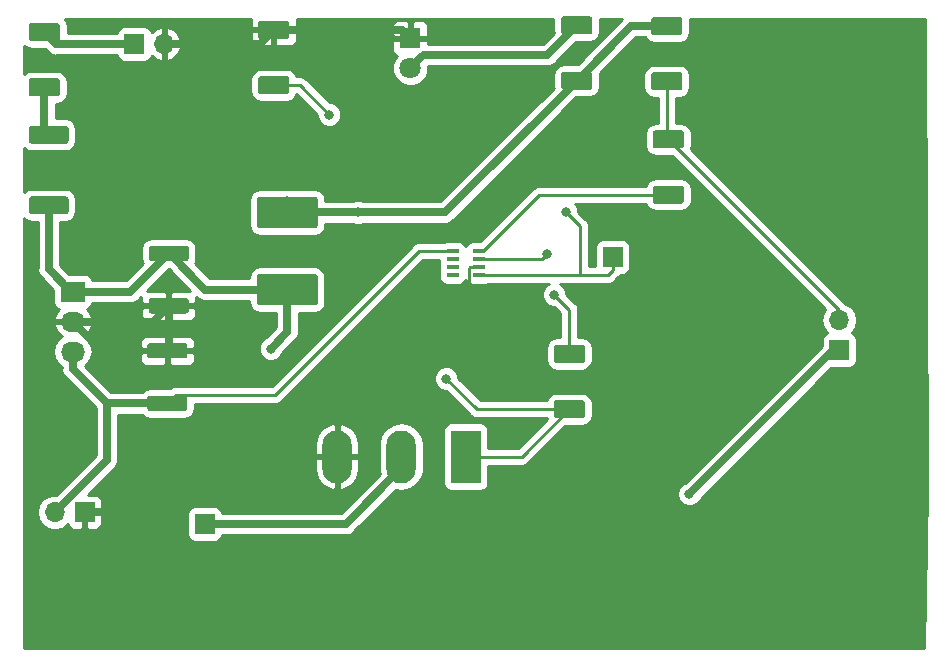
<source format=gbr>
G04 #@! TF.GenerationSoftware,KiCad,Pcbnew,(5.0.1-3-g963ef8bb5)*
G04 #@! TF.CreationDate,2019-04-17T19:13:41-07:00*
G04 #@! TF.ProjectId,wireless_proj,776972656C6573735F70726F6A2E6B69,rev?*
G04 #@! TF.SameCoordinates,Original*
G04 #@! TF.FileFunction,Copper,L1,Top,Signal*
G04 #@! TF.FilePolarity,Positive*
%FSLAX46Y46*%
G04 Gerber Fmt 4.6, Leading zero omitted, Abs format (unit mm)*
G04 Created by KiCad (PCBNEW (5.0.1-3-g963ef8bb5)) date 2019 April 17, Wednesday 19:13:41*
%MOMM*%
%LPD*%
G01*
G04 APERTURE LIST*
G04 #@! TA.AperFunction,Conductor*
%ADD10C,0.100000*%
G04 #@! TD*
G04 #@! TA.AperFunction,SMDPad,CuDef*
%ADD11C,1.300000*%
G04 #@! TD*
G04 #@! TA.AperFunction,ComponentPad*
%ADD12R,2.030000X1.730000*%
G04 #@! TD*
G04 #@! TA.AperFunction,ComponentPad*
%ADD13O,2.030000X1.730000*%
G04 #@! TD*
G04 #@! TA.AperFunction,ComponentPad*
%ADD14R,1.700000X1.700000*%
G04 #@! TD*
G04 #@! TA.AperFunction,ComponentPad*
%ADD15O,1.700000X1.700000*%
G04 #@! TD*
G04 #@! TA.AperFunction,SMDPad,CuDef*
%ADD16C,1.525000*%
G04 #@! TD*
G04 #@! TA.AperFunction,SMDPad,CuDef*
%ADD17C,2.650000*%
G04 #@! TD*
G04 #@! TA.AperFunction,ComponentPad*
%ADD18R,1.800000X1.800000*%
G04 #@! TD*
G04 #@! TA.AperFunction,ComponentPad*
%ADD19C,1.800000*%
G04 #@! TD*
G04 #@! TA.AperFunction,SMDPad,CuDef*
%ADD20R,1.060000X0.400000*%
G04 #@! TD*
G04 #@! TA.AperFunction,ComponentPad*
%ADD21R,2.500000X4.500000*%
G04 #@! TD*
G04 #@! TA.AperFunction,ComponentPad*
%ADD22O,2.500000X4.500000*%
G04 #@! TD*
G04 #@! TA.AperFunction,ViaPad*
%ADD23C,0.800000*%
G04 #@! TD*
G04 #@! TA.AperFunction,Conductor*
%ADD24C,0.250000*%
G04 #@! TD*
G04 #@! TA.AperFunction,Conductor*
%ADD25C,0.635000*%
G04 #@! TD*
G04 #@! TA.AperFunction,Conductor*
%ADD26C,0.254000*%
G04 #@! TD*
G04 APERTURE END LIST*
D10*
G04 #@! TO.N,GND*
G04 #@! TO.C,C2*
G36*
X114631504Y-94154204D02*
X114655773Y-94157804D01*
X114679571Y-94163765D01*
X114702671Y-94172030D01*
X114724849Y-94182520D01*
X114745893Y-94195133D01*
X114765598Y-94209747D01*
X114783777Y-94226223D01*
X114800253Y-94244402D01*
X114814867Y-94264107D01*
X114827480Y-94285151D01*
X114837970Y-94307329D01*
X114846235Y-94330429D01*
X114852196Y-94354227D01*
X114855796Y-94378496D01*
X114857000Y-94403000D01*
X114857000Y-95203000D01*
X114855796Y-95227504D01*
X114852196Y-95251773D01*
X114846235Y-95275571D01*
X114837970Y-95298671D01*
X114827480Y-95320849D01*
X114814867Y-95341893D01*
X114800253Y-95361598D01*
X114783777Y-95379777D01*
X114765598Y-95396253D01*
X114745893Y-95410867D01*
X114724849Y-95423480D01*
X114702671Y-95433970D01*
X114679571Y-95442235D01*
X114655773Y-95448196D01*
X114631504Y-95451796D01*
X114607000Y-95453000D01*
X111707000Y-95453000D01*
X111682496Y-95451796D01*
X111658227Y-95448196D01*
X111634429Y-95442235D01*
X111611329Y-95433970D01*
X111589151Y-95423480D01*
X111568107Y-95410867D01*
X111548402Y-95396253D01*
X111530223Y-95379777D01*
X111513747Y-95361598D01*
X111499133Y-95341893D01*
X111486520Y-95320849D01*
X111476030Y-95298671D01*
X111467765Y-95275571D01*
X111461804Y-95251773D01*
X111458204Y-95227504D01*
X111457000Y-95203000D01*
X111457000Y-94403000D01*
X111458204Y-94378496D01*
X111461804Y-94354227D01*
X111467765Y-94330429D01*
X111476030Y-94307329D01*
X111486520Y-94285151D01*
X111499133Y-94264107D01*
X111513747Y-94244402D01*
X111530223Y-94226223D01*
X111548402Y-94209747D01*
X111568107Y-94195133D01*
X111589151Y-94182520D01*
X111611329Y-94172030D01*
X111634429Y-94163765D01*
X111658227Y-94157804D01*
X111682496Y-94154204D01*
X111707000Y-94153000D01*
X114607000Y-94153000D01*
X114631504Y-94154204D01*
X114631504Y-94154204D01*
G37*
D11*
G04 #@! TD*
G04 #@! TO.P,C2,2*
G04 #@! TO.N,GND*
X113157000Y-94803000D03*
D10*
G04 #@! TO.N,/5V*
G04 #@! TO.C,C2*
G36*
X114631504Y-98604204D02*
X114655773Y-98607804D01*
X114679571Y-98613765D01*
X114702671Y-98622030D01*
X114724849Y-98632520D01*
X114745893Y-98645133D01*
X114765598Y-98659747D01*
X114783777Y-98676223D01*
X114800253Y-98694402D01*
X114814867Y-98714107D01*
X114827480Y-98735151D01*
X114837970Y-98757329D01*
X114846235Y-98780429D01*
X114852196Y-98804227D01*
X114855796Y-98828496D01*
X114857000Y-98853000D01*
X114857000Y-99653000D01*
X114855796Y-99677504D01*
X114852196Y-99701773D01*
X114846235Y-99725571D01*
X114837970Y-99748671D01*
X114827480Y-99770849D01*
X114814867Y-99791893D01*
X114800253Y-99811598D01*
X114783777Y-99829777D01*
X114765598Y-99846253D01*
X114745893Y-99860867D01*
X114724849Y-99873480D01*
X114702671Y-99883970D01*
X114679571Y-99892235D01*
X114655773Y-99898196D01*
X114631504Y-99901796D01*
X114607000Y-99903000D01*
X111707000Y-99903000D01*
X111682496Y-99901796D01*
X111658227Y-99898196D01*
X111634429Y-99892235D01*
X111611329Y-99883970D01*
X111589151Y-99873480D01*
X111568107Y-99860867D01*
X111548402Y-99846253D01*
X111530223Y-99829777D01*
X111513747Y-99811598D01*
X111499133Y-99791893D01*
X111486520Y-99770849D01*
X111476030Y-99748671D01*
X111467765Y-99725571D01*
X111461804Y-99701773D01*
X111458204Y-99677504D01*
X111457000Y-99653000D01*
X111457000Y-98853000D01*
X111458204Y-98828496D01*
X111461804Y-98804227D01*
X111467765Y-98780429D01*
X111476030Y-98757329D01*
X111486520Y-98735151D01*
X111499133Y-98714107D01*
X111513747Y-98694402D01*
X111530223Y-98676223D01*
X111548402Y-98659747D01*
X111568107Y-98645133D01*
X111589151Y-98632520D01*
X111611329Y-98622030D01*
X111634429Y-98613765D01*
X111658227Y-98607804D01*
X111682496Y-98604204D01*
X111707000Y-98603000D01*
X114607000Y-98603000D01*
X114631504Y-98604204D01*
X114631504Y-98604204D01*
G37*
D11*
G04 #@! TD*
G04 #@! TO.P,C2,1*
G04 #@! TO.N,/5V*
X113157000Y-99253000D03*
D10*
G04 #@! TO.N,/Vpwr*
G04 #@! TO.C,C1*
G36*
X114758504Y-85899204D02*
X114782773Y-85902804D01*
X114806571Y-85908765D01*
X114829671Y-85917030D01*
X114851849Y-85927520D01*
X114872893Y-85940133D01*
X114892598Y-85954747D01*
X114910777Y-85971223D01*
X114927253Y-85989402D01*
X114941867Y-86009107D01*
X114954480Y-86030151D01*
X114964970Y-86052329D01*
X114973235Y-86075429D01*
X114979196Y-86099227D01*
X114982796Y-86123496D01*
X114984000Y-86148000D01*
X114984000Y-86948000D01*
X114982796Y-86972504D01*
X114979196Y-86996773D01*
X114973235Y-87020571D01*
X114964970Y-87043671D01*
X114954480Y-87065849D01*
X114941867Y-87086893D01*
X114927253Y-87106598D01*
X114910777Y-87124777D01*
X114892598Y-87141253D01*
X114872893Y-87155867D01*
X114851849Y-87168480D01*
X114829671Y-87178970D01*
X114806571Y-87187235D01*
X114782773Y-87193196D01*
X114758504Y-87196796D01*
X114734000Y-87198000D01*
X111834000Y-87198000D01*
X111809496Y-87196796D01*
X111785227Y-87193196D01*
X111761429Y-87187235D01*
X111738329Y-87178970D01*
X111716151Y-87168480D01*
X111695107Y-87155867D01*
X111675402Y-87141253D01*
X111657223Y-87124777D01*
X111640747Y-87106598D01*
X111626133Y-87086893D01*
X111613520Y-87065849D01*
X111603030Y-87043671D01*
X111594765Y-87020571D01*
X111588804Y-86996773D01*
X111585204Y-86972504D01*
X111584000Y-86948000D01*
X111584000Y-86148000D01*
X111585204Y-86123496D01*
X111588804Y-86099227D01*
X111594765Y-86075429D01*
X111603030Y-86052329D01*
X111613520Y-86030151D01*
X111626133Y-86009107D01*
X111640747Y-85989402D01*
X111657223Y-85971223D01*
X111675402Y-85954747D01*
X111695107Y-85940133D01*
X111716151Y-85927520D01*
X111738329Y-85917030D01*
X111761429Y-85908765D01*
X111785227Y-85902804D01*
X111809496Y-85899204D01*
X111834000Y-85898000D01*
X114734000Y-85898000D01*
X114758504Y-85899204D01*
X114758504Y-85899204D01*
G37*
D11*
G04 #@! TD*
G04 #@! TO.P,C1,1*
G04 #@! TO.N,/Vpwr*
X113284000Y-86548000D03*
D10*
G04 #@! TO.N,GND*
G04 #@! TO.C,C1*
G36*
X114758504Y-90349204D02*
X114782773Y-90352804D01*
X114806571Y-90358765D01*
X114829671Y-90367030D01*
X114851849Y-90377520D01*
X114872893Y-90390133D01*
X114892598Y-90404747D01*
X114910777Y-90421223D01*
X114927253Y-90439402D01*
X114941867Y-90459107D01*
X114954480Y-90480151D01*
X114964970Y-90502329D01*
X114973235Y-90525429D01*
X114979196Y-90549227D01*
X114982796Y-90573496D01*
X114984000Y-90598000D01*
X114984000Y-91398000D01*
X114982796Y-91422504D01*
X114979196Y-91446773D01*
X114973235Y-91470571D01*
X114964970Y-91493671D01*
X114954480Y-91515849D01*
X114941867Y-91536893D01*
X114927253Y-91556598D01*
X114910777Y-91574777D01*
X114892598Y-91591253D01*
X114872893Y-91605867D01*
X114851849Y-91618480D01*
X114829671Y-91628970D01*
X114806571Y-91637235D01*
X114782773Y-91643196D01*
X114758504Y-91646796D01*
X114734000Y-91648000D01*
X111834000Y-91648000D01*
X111809496Y-91646796D01*
X111785227Y-91643196D01*
X111761429Y-91637235D01*
X111738329Y-91628970D01*
X111716151Y-91618480D01*
X111695107Y-91605867D01*
X111675402Y-91591253D01*
X111657223Y-91574777D01*
X111640747Y-91556598D01*
X111626133Y-91536893D01*
X111613520Y-91515849D01*
X111603030Y-91493671D01*
X111594765Y-91470571D01*
X111588804Y-91446773D01*
X111585204Y-91422504D01*
X111584000Y-91398000D01*
X111584000Y-90598000D01*
X111585204Y-90573496D01*
X111588804Y-90549227D01*
X111594765Y-90525429D01*
X111603030Y-90502329D01*
X111613520Y-90480151D01*
X111626133Y-90459107D01*
X111640747Y-90439402D01*
X111657223Y-90421223D01*
X111675402Y-90404747D01*
X111695107Y-90390133D01*
X111716151Y-90377520D01*
X111738329Y-90367030D01*
X111761429Y-90358765D01*
X111785227Y-90352804D01*
X111809496Y-90349204D01*
X111834000Y-90348000D01*
X114734000Y-90348000D01*
X114758504Y-90349204D01*
X114758504Y-90349204D01*
G37*
D11*
G04 #@! TD*
G04 #@! TO.P,C1,2*
G04 #@! TO.N,GND*
X113284000Y-90998000D03*
D12*
G04 #@! TO.P,U2,1*
G04 #@! TO.N,/Vpwr*
X105156000Y-89789000D03*
D13*
G04 #@! TO.P,U2,2*
G04 #@! TO.N,GND*
X105156000Y-92329000D03*
G04 #@! TO.P,U2,3*
G04 #@! TO.N,/5V*
X105156000Y-94869000D03*
G04 #@! TD*
D14*
G04 #@! TO.P,J3,1*
G04 #@! TO.N,Net-(J3-Pad1)*
X150876000Y-86868000D03*
G04 #@! TD*
G04 #@! TO.P,J2,1*
G04 #@! TO.N,Net-(J2-Pad1)*
X116332000Y-109474000D03*
G04 #@! TD*
D15*
G04 #@! TO.P,P_in1,2*
G04 #@! TO.N,GND*
X112903000Y-68834000D03*
D14*
G04 #@! TO.P,P_in1,1*
G04 #@! TO.N,Net-(P_in1-Pad1)*
X110363000Y-68834000D03*
G04 #@! TD*
G04 #@! TO.P,J1,1*
G04 #@! TO.N,GND*
X106172000Y-108458000D03*
D15*
G04 #@! TO.P,J1,2*
G04 #@! TO.N,/5V*
X103632000Y-108458000D03*
G04 #@! TD*
G04 #@! TO.P,J4,2*
G04 #@! TO.N,Net-(J4-Pad2)*
X170053000Y-92202000D03*
D14*
G04 #@! TO.P,J4,1*
G04 #@! TO.N,/Vpwr*
X170053000Y-94742000D03*
G04 #@! TD*
D10*
G04 #@! TO.N,/Vpwr*
G04 #@! TO.C,D1*
G36*
X104573505Y-81728204D02*
X104597773Y-81731804D01*
X104621572Y-81737765D01*
X104644671Y-81746030D01*
X104666850Y-81756520D01*
X104687893Y-81769132D01*
X104707599Y-81783747D01*
X104725777Y-81800223D01*
X104742253Y-81818401D01*
X104756868Y-81838107D01*
X104769480Y-81859150D01*
X104779970Y-81881329D01*
X104788235Y-81904428D01*
X104794196Y-81928227D01*
X104797796Y-81952495D01*
X104799000Y-81976999D01*
X104799000Y-83002001D01*
X104797796Y-83026505D01*
X104794196Y-83050773D01*
X104788235Y-83074572D01*
X104779970Y-83097671D01*
X104769480Y-83119850D01*
X104756868Y-83140893D01*
X104742253Y-83160599D01*
X104725777Y-83178777D01*
X104707599Y-83195253D01*
X104687893Y-83209868D01*
X104666850Y-83222480D01*
X104644671Y-83232970D01*
X104621572Y-83241235D01*
X104597773Y-83247196D01*
X104573505Y-83250796D01*
X104549001Y-83252000D01*
X101698999Y-83252000D01*
X101674495Y-83250796D01*
X101650227Y-83247196D01*
X101626428Y-83241235D01*
X101603329Y-83232970D01*
X101581150Y-83222480D01*
X101560107Y-83209868D01*
X101540401Y-83195253D01*
X101522223Y-83178777D01*
X101505747Y-83160599D01*
X101491132Y-83140893D01*
X101478520Y-83119850D01*
X101468030Y-83097671D01*
X101459765Y-83074572D01*
X101453804Y-83050773D01*
X101450204Y-83026505D01*
X101449000Y-83002001D01*
X101449000Y-81976999D01*
X101450204Y-81952495D01*
X101453804Y-81928227D01*
X101459765Y-81904428D01*
X101468030Y-81881329D01*
X101478520Y-81859150D01*
X101491132Y-81838107D01*
X101505747Y-81818401D01*
X101522223Y-81800223D01*
X101540401Y-81783747D01*
X101560107Y-81769132D01*
X101581150Y-81756520D01*
X101603329Y-81746030D01*
X101626428Y-81737765D01*
X101650227Y-81731804D01*
X101674495Y-81728204D01*
X101698999Y-81727000D01*
X104549001Y-81727000D01*
X104573505Y-81728204D01*
X104573505Y-81728204D01*
G37*
D16*
G04 #@! TD*
G04 #@! TO.P,D1,1*
G04 #@! TO.N,/Vpwr*
X103124000Y-82489500D03*
D10*
G04 #@! TO.N,Net-(D1-Pad2)*
G04 #@! TO.C,D1*
G36*
X104573505Y-75753204D02*
X104597773Y-75756804D01*
X104621572Y-75762765D01*
X104644671Y-75771030D01*
X104666850Y-75781520D01*
X104687893Y-75794132D01*
X104707599Y-75808747D01*
X104725777Y-75825223D01*
X104742253Y-75843401D01*
X104756868Y-75863107D01*
X104769480Y-75884150D01*
X104779970Y-75906329D01*
X104788235Y-75929428D01*
X104794196Y-75953227D01*
X104797796Y-75977495D01*
X104799000Y-76001999D01*
X104799000Y-77027001D01*
X104797796Y-77051505D01*
X104794196Y-77075773D01*
X104788235Y-77099572D01*
X104779970Y-77122671D01*
X104769480Y-77144850D01*
X104756868Y-77165893D01*
X104742253Y-77185599D01*
X104725777Y-77203777D01*
X104707599Y-77220253D01*
X104687893Y-77234868D01*
X104666850Y-77247480D01*
X104644671Y-77257970D01*
X104621572Y-77266235D01*
X104597773Y-77272196D01*
X104573505Y-77275796D01*
X104549001Y-77277000D01*
X101698999Y-77277000D01*
X101674495Y-77275796D01*
X101650227Y-77272196D01*
X101626428Y-77266235D01*
X101603329Y-77257970D01*
X101581150Y-77247480D01*
X101560107Y-77234868D01*
X101540401Y-77220253D01*
X101522223Y-77203777D01*
X101505747Y-77185599D01*
X101491132Y-77165893D01*
X101478520Y-77144850D01*
X101468030Y-77122671D01*
X101459765Y-77099572D01*
X101453804Y-77075773D01*
X101450204Y-77051505D01*
X101449000Y-77027001D01*
X101449000Y-76001999D01*
X101450204Y-75977495D01*
X101453804Y-75953227D01*
X101459765Y-75929428D01*
X101468030Y-75906329D01*
X101478520Y-75884150D01*
X101491132Y-75863107D01*
X101505747Y-75843401D01*
X101522223Y-75825223D01*
X101540401Y-75808747D01*
X101560107Y-75794132D01*
X101581150Y-75781520D01*
X101603329Y-75771030D01*
X101626428Y-75762765D01*
X101650227Y-75756804D01*
X101674495Y-75753204D01*
X101698999Y-75752000D01*
X104549001Y-75752000D01*
X104573505Y-75753204D01*
X104573505Y-75753204D01*
G37*
D16*
G04 #@! TD*
G04 #@! TO.P,D1,2*
G04 #@! TO.N,Net-(D1-Pad2)*
X103124000Y-76514500D03*
D10*
G04 #@! TO.N,/Vpwr*
G04 #@! TO.C,D2*
G36*
X125666504Y-88311204D02*
X125690773Y-88314804D01*
X125714571Y-88320765D01*
X125737671Y-88329030D01*
X125759849Y-88339520D01*
X125780893Y-88352133D01*
X125800598Y-88366747D01*
X125818777Y-88383223D01*
X125835253Y-88401402D01*
X125849867Y-88421107D01*
X125862480Y-88442151D01*
X125872970Y-88464329D01*
X125881235Y-88487429D01*
X125887196Y-88511227D01*
X125890796Y-88535496D01*
X125892000Y-88560000D01*
X125892000Y-90710000D01*
X125890796Y-90734504D01*
X125887196Y-90758773D01*
X125881235Y-90782571D01*
X125872970Y-90805671D01*
X125862480Y-90827849D01*
X125849867Y-90848893D01*
X125835253Y-90868598D01*
X125818777Y-90886777D01*
X125800598Y-90903253D01*
X125780893Y-90917867D01*
X125759849Y-90930480D01*
X125737671Y-90940970D01*
X125714571Y-90949235D01*
X125690773Y-90955196D01*
X125666504Y-90958796D01*
X125642000Y-90960000D01*
X120992000Y-90960000D01*
X120967496Y-90958796D01*
X120943227Y-90955196D01*
X120919429Y-90949235D01*
X120896329Y-90940970D01*
X120874151Y-90930480D01*
X120853107Y-90917867D01*
X120833402Y-90903253D01*
X120815223Y-90886777D01*
X120798747Y-90868598D01*
X120784133Y-90848893D01*
X120771520Y-90827849D01*
X120761030Y-90805671D01*
X120752765Y-90782571D01*
X120746804Y-90758773D01*
X120743204Y-90734504D01*
X120742000Y-90710000D01*
X120742000Y-88560000D01*
X120743204Y-88535496D01*
X120746804Y-88511227D01*
X120752765Y-88487429D01*
X120761030Y-88464329D01*
X120771520Y-88442151D01*
X120784133Y-88421107D01*
X120798747Y-88401402D01*
X120815223Y-88383223D01*
X120833402Y-88366747D01*
X120853107Y-88352133D01*
X120874151Y-88339520D01*
X120896329Y-88329030D01*
X120919429Y-88320765D01*
X120943227Y-88314804D01*
X120967496Y-88311204D01*
X120992000Y-88310000D01*
X125642000Y-88310000D01*
X125666504Y-88311204D01*
X125666504Y-88311204D01*
G37*
D17*
G04 #@! TD*
G04 #@! TO.P,D2,1*
G04 #@! TO.N,/Vpwr*
X123317000Y-89635000D03*
D10*
G04 #@! TO.N,Net-(D2-Pad2)*
G04 #@! TO.C,D2*
G36*
X125666504Y-81761204D02*
X125690773Y-81764804D01*
X125714571Y-81770765D01*
X125737671Y-81779030D01*
X125759849Y-81789520D01*
X125780893Y-81802133D01*
X125800598Y-81816747D01*
X125818777Y-81833223D01*
X125835253Y-81851402D01*
X125849867Y-81871107D01*
X125862480Y-81892151D01*
X125872970Y-81914329D01*
X125881235Y-81937429D01*
X125887196Y-81961227D01*
X125890796Y-81985496D01*
X125892000Y-82010000D01*
X125892000Y-84160000D01*
X125890796Y-84184504D01*
X125887196Y-84208773D01*
X125881235Y-84232571D01*
X125872970Y-84255671D01*
X125862480Y-84277849D01*
X125849867Y-84298893D01*
X125835253Y-84318598D01*
X125818777Y-84336777D01*
X125800598Y-84353253D01*
X125780893Y-84367867D01*
X125759849Y-84380480D01*
X125737671Y-84390970D01*
X125714571Y-84399235D01*
X125690773Y-84405196D01*
X125666504Y-84408796D01*
X125642000Y-84410000D01*
X120992000Y-84410000D01*
X120967496Y-84408796D01*
X120943227Y-84405196D01*
X120919429Y-84399235D01*
X120896329Y-84390970D01*
X120874151Y-84380480D01*
X120853107Y-84367867D01*
X120833402Y-84353253D01*
X120815223Y-84336777D01*
X120798747Y-84318598D01*
X120784133Y-84298893D01*
X120771520Y-84277849D01*
X120761030Y-84255671D01*
X120752765Y-84232571D01*
X120746804Y-84208773D01*
X120743204Y-84184504D01*
X120742000Y-84160000D01*
X120742000Y-82010000D01*
X120743204Y-81985496D01*
X120746804Y-81961227D01*
X120752765Y-81937429D01*
X120761030Y-81914329D01*
X120771520Y-81892151D01*
X120784133Y-81871107D01*
X120798747Y-81851402D01*
X120815223Y-81833223D01*
X120833402Y-81816747D01*
X120853107Y-81802133D01*
X120874151Y-81789520D01*
X120896329Y-81779030D01*
X120919429Y-81770765D01*
X120943227Y-81764804D01*
X120967496Y-81761204D01*
X120992000Y-81760000D01*
X125642000Y-81760000D01*
X125666504Y-81761204D01*
X125666504Y-81761204D01*
G37*
D17*
G04 #@! TD*
G04 #@! TO.P,D2,2*
G04 #@! TO.N,Net-(D2-Pad2)*
X123317000Y-83085000D03*
D18*
G04 #@! TO.P,LED1,1*
G04 #@! TO.N,GND*
X133731000Y-68326000D03*
D19*
G04 #@! TO.P,LED1,2*
G04 #@! TO.N,Net-(LED1-Pad2)*
X133731000Y-70866000D03*
G04 #@! TD*
D20*
G04 #@! TO.P,U1,1*
G04 #@! TO.N,Net-(J3-Pad1)*
X139530000Y-88356000D03*
G04 #@! TO.P,U1,2*
G04 #@! TO.N,GND*
X139530000Y-87706000D03*
G04 #@! TO.P,U1,3*
G04 #@! TO.N,Net-(R2-Pad1)*
X139530000Y-87046000D03*
G04 #@! TO.P,U1,4*
G04 #@! TO.N,Net-(R3-Pad1)*
X139530000Y-86396000D03*
G04 #@! TO.P,U1,5*
G04 #@! TO.N,/5V*
X137330000Y-86396000D03*
G04 #@! TO.P,U1,6*
G04 #@! TO.N,N/C*
X137330000Y-87046000D03*
G04 #@! TO.P,U1,7*
X137330000Y-87706000D03*
G04 #@! TO.P,U1,8*
X137330000Y-88356000D03*
G04 #@! TD*
D21*
G04 #@! TO.P,M1,1*
G04 #@! TO.N,Net-(D2-Pad2)*
X138430000Y-103759000D03*
D22*
G04 #@! TO.P,M1,2*
G04 #@! TO.N,Net-(J2-Pad1)*
X132980000Y-103759000D03*
G04 #@! TO.P,M1,3*
G04 #@! TO.N,GND*
X127530000Y-103759000D03*
G04 #@! TD*
D10*
G04 #@! TO.N,Net-(P_in1-Pad1)*
G04 #@! TO.C,TH1*
G36*
X103842505Y-67056704D02*
X103866773Y-67060304D01*
X103890572Y-67066265D01*
X103913671Y-67074530D01*
X103935850Y-67085020D01*
X103956893Y-67097632D01*
X103976599Y-67112247D01*
X103994777Y-67128723D01*
X104011253Y-67146901D01*
X104025868Y-67166607D01*
X104038480Y-67187650D01*
X104048970Y-67209829D01*
X104057235Y-67232928D01*
X104063196Y-67256727D01*
X104066796Y-67280995D01*
X104068000Y-67305499D01*
X104068000Y-68330501D01*
X104066796Y-68355005D01*
X104063196Y-68379273D01*
X104057235Y-68403072D01*
X104048970Y-68426171D01*
X104038480Y-68448350D01*
X104025868Y-68469393D01*
X104011253Y-68489099D01*
X103994777Y-68507277D01*
X103976599Y-68523753D01*
X103956893Y-68538368D01*
X103935850Y-68550980D01*
X103913671Y-68561470D01*
X103890572Y-68569735D01*
X103866773Y-68575696D01*
X103842505Y-68579296D01*
X103818001Y-68580500D01*
X101667999Y-68580500D01*
X101643495Y-68579296D01*
X101619227Y-68575696D01*
X101595428Y-68569735D01*
X101572329Y-68561470D01*
X101550150Y-68550980D01*
X101529107Y-68538368D01*
X101509401Y-68523753D01*
X101491223Y-68507277D01*
X101474747Y-68489099D01*
X101460132Y-68469393D01*
X101447520Y-68448350D01*
X101437030Y-68426171D01*
X101428765Y-68403072D01*
X101422804Y-68379273D01*
X101419204Y-68355005D01*
X101418000Y-68330501D01*
X101418000Y-67305499D01*
X101419204Y-67280995D01*
X101422804Y-67256727D01*
X101428765Y-67232928D01*
X101437030Y-67209829D01*
X101447520Y-67187650D01*
X101460132Y-67166607D01*
X101474747Y-67146901D01*
X101491223Y-67128723D01*
X101509401Y-67112247D01*
X101529107Y-67097632D01*
X101550150Y-67085020D01*
X101572329Y-67074530D01*
X101595428Y-67066265D01*
X101619227Y-67060304D01*
X101643495Y-67056704D01*
X101667999Y-67055500D01*
X103818001Y-67055500D01*
X103842505Y-67056704D01*
X103842505Y-67056704D01*
G37*
D16*
G04 #@! TD*
G04 #@! TO.P,TH1,2*
G04 #@! TO.N,Net-(P_in1-Pad1)*
X102743000Y-67818000D03*
D10*
G04 #@! TO.N,Net-(D1-Pad2)*
G04 #@! TO.C,TH1*
G36*
X103842505Y-71731704D02*
X103866773Y-71735304D01*
X103890572Y-71741265D01*
X103913671Y-71749530D01*
X103935850Y-71760020D01*
X103956893Y-71772632D01*
X103976599Y-71787247D01*
X103994777Y-71803723D01*
X104011253Y-71821901D01*
X104025868Y-71841607D01*
X104038480Y-71862650D01*
X104048970Y-71884829D01*
X104057235Y-71907928D01*
X104063196Y-71931727D01*
X104066796Y-71955995D01*
X104068000Y-71980499D01*
X104068000Y-73005501D01*
X104066796Y-73030005D01*
X104063196Y-73054273D01*
X104057235Y-73078072D01*
X104048970Y-73101171D01*
X104038480Y-73123350D01*
X104025868Y-73144393D01*
X104011253Y-73164099D01*
X103994777Y-73182277D01*
X103976599Y-73198753D01*
X103956893Y-73213368D01*
X103935850Y-73225980D01*
X103913671Y-73236470D01*
X103890572Y-73244735D01*
X103866773Y-73250696D01*
X103842505Y-73254296D01*
X103818001Y-73255500D01*
X101667999Y-73255500D01*
X101643495Y-73254296D01*
X101619227Y-73250696D01*
X101595428Y-73244735D01*
X101572329Y-73236470D01*
X101550150Y-73225980D01*
X101529107Y-73213368D01*
X101509401Y-73198753D01*
X101491223Y-73182277D01*
X101474747Y-73164099D01*
X101460132Y-73144393D01*
X101447520Y-73123350D01*
X101437030Y-73101171D01*
X101428765Y-73078072D01*
X101422804Y-73054273D01*
X101419204Y-73030005D01*
X101418000Y-73005501D01*
X101418000Y-71980499D01*
X101419204Y-71955995D01*
X101422804Y-71931727D01*
X101428765Y-71907928D01*
X101437030Y-71884829D01*
X101447520Y-71862650D01*
X101460132Y-71841607D01*
X101474747Y-71821901D01*
X101491223Y-71803723D01*
X101509401Y-71787247D01*
X101529107Y-71772632D01*
X101550150Y-71760020D01*
X101572329Y-71749530D01*
X101595428Y-71741265D01*
X101619227Y-71735304D01*
X101643495Y-71731704D01*
X101667999Y-71730500D01*
X103818001Y-71730500D01*
X103842505Y-71731704D01*
X103842505Y-71731704D01*
G37*
D16*
G04 #@! TD*
G04 #@! TO.P,TH1,1*
G04 #@! TO.N,Net-(D1-Pad2)*
X102743000Y-72493000D03*
D10*
G04 #@! TO.N,Net-(D2-Pad2)*
G04 #@! TO.C,Rl1*
G36*
X148927505Y-71172204D02*
X148951773Y-71175804D01*
X148975572Y-71181765D01*
X148998671Y-71190030D01*
X149020850Y-71200520D01*
X149041893Y-71213132D01*
X149061599Y-71227747D01*
X149079777Y-71244223D01*
X149096253Y-71262401D01*
X149110868Y-71282107D01*
X149123480Y-71303150D01*
X149133970Y-71325329D01*
X149142235Y-71348428D01*
X149148196Y-71372227D01*
X149151796Y-71396495D01*
X149153000Y-71420999D01*
X149153000Y-72446001D01*
X149151796Y-72470505D01*
X149148196Y-72494773D01*
X149142235Y-72518572D01*
X149133970Y-72541671D01*
X149123480Y-72563850D01*
X149110868Y-72584893D01*
X149096253Y-72604599D01*
X149079777Y-72622777D01*
X149061599Y-72639253D01*
X149041893Y-72653868D01*
X149020850Y-72666480D01*
X148998671Y-72676970D01*
X148975572Y-72685235D01*
X148951773Y-72691196D01*
X148927505Y-72694796D01*
X148903001Y-72696000D01*
X146752999Y-72696000D01*
X146728495Y-72694796D01*
X146704227Y-72691196D01*
X146680428Y-72685235D01*
X146657329Y-72676970D01*
X146635150Y-72666480D01*
X146614107Y-72653868D01*
X146594401Y-72639253D01*
X146576223Y-72622777D01*
X146559747Y-72604599D01*
X146545132Y-72584893D01*
X146532520Y-72563850D01*
X146522030Y-72541671D01*
X146513765Y-72518572D01*
X146507804Y-72494773D01*
X146504204Y-72470505D01*
X146503000Y-72446001D01*
X146503000Y-71420999D01*
X146504204Y-71396495D01*
X146507804Y-71372227D01*
X146513765Y-71348428D01*
X146522030Y-71325329D01*
X146532520Y-71303150D01*
X146545132Y-71282107D01*
X146559747Y-71262401D01*
X146576223Y-71244223D01*
X146594401Y-71227747D01*
X146614107Y-71213132D01*
X146635150Y-71200520D01*
X146657329Y-71190030D01*
X146680428Y-71181765D01*
X146704227Y-71175804D01*
X146728495Y-71172204D01*
X146752999Y-71171000D01*
X148903001Y-71171000D01*
X148927505Y-71172204D01*
X148927505Y-71172204D01*
G37*
D16*
G04 #@! TD*
G04 #@! TO.P,Rl1,1*
G04 #@! TO.N,Net-(D2-Pad2)*
X147828000Y-71933500D03*
D10*
G04 #@! TO.N,Net-(LED1-Pad2)*
G04 #@! TO.C,Rl1*
G36*
X148927505Y-66497204D02*
X148951773Y-66500804D01*
X148975572Y-66506765D01*
X148998671Y-66515030D01*
X149020850Y-66525520D01*
X149041893Y-66538132D01*
X149061599Y-66552747D01*
X149079777Y-66569223D01*
X149096253Y-66587401D01*
X149110868Y-66607107D01*
X149123480Y-66628150D01*
X149133970Y-66650329D01*
X149142235Y-66673428D01*
X149148196Y-66697227D01*
X149151796Y-66721495D01*
X149153000Y-66745999D01*
X149153000Y-67771001D01*
X149151796Y-67795505D01*
X149148196Y-67819773D01*
X149142235Y-67843572D01*
X149133970Y-67866671D01*
X149123480Y-67888850D01*
X149110868Y-67909893D01*
X149096253Y-67929599D01*
X149079777Y-67947777D01*
X149061599Y-67964253D01*
X149041893Y-67978868D01*
X149020850Y-67991480D01*
X148998671Y-68001970D01*
X148975572Y-68010235D01*
X148951773Y-68016196D01*
X148927505Y-68019796D01*
X148903001Y-68021000D01*
X146752999Y-68021000D01*
X146728495Y-68019796D01*
X146704227Y-68016196D01*
X146680428Y-68010235D01*
X146657329Y-68001970D01*
X146635150Y-67991480D01*
X146614107Y-67978868D01*
X146594401Y-67964253D01*
X146576223Y-67947777D01*
X146559747Y-67929599D01*
X146545132Y-67909893D01*
X146532520Y-67888850D01*
X146522030Y-67866671D01*
X146513765Y-67843572D01*
X146507804Y-67819773D01*
X146504204Y-67795505D01*
X146503000Y-67771001D01*
X146503000Y-66745999D01*
X146504204Y-66721495D01*
X146507804Y-66697227D01*
X146513765Y-66673428D01*
X146522030Y-66650329D01*
X146532520Y-66628150D01*
X146545132Y-66607107D01*
X146559747Y-66587401D01*
X146576223Y-66569223D01*
X146594401Y-66552747D01*
X146614107Y-66538132D01*
X146635150Y-66525520D01*
X146657329Y-66515030D01*
X146680428Y-66506765D01*
X146704227Y-66500804D01*
X146728495Y-66497204D01*
X146752999Y-66496000D01*
X148903001Y-66496000D01*
X148927505Y-66497204D01*
X148927505Y-66497204D01*
G37*
D16*
G04 #@! TD*
G04 #@! TO.P,Rl1,2*
G04 #@! TO.N,Net-(LED1-Pad2)*
X147828000Y-67258500D03*
D10*
G04 #@! TO.N,GND*
G04 #@! TO.C,R4*
G36*
X123273505Y-66878204D02*
X123297773Y-66881804D01*
X123321572Y-66887765D01*
X123344671Y-66896030D01*
X123366850Y-66906520D01*
X123387893Y-66919132D01*
X123407599Y-66933747D01*
X123425777Y-66950223D01*
X123442253Y-66968401D01*
X123456868Y-66988107D01*
X123469480Y-67009150D01*
X123479970Y-67031329D01*
X123488235Y-67054428D01*
X123494196Y-67078227D01*
X123497796Y-67102495D01*
X123499000Y-67126999D01*
X123499000Y-68152001D01*
X123497796Y-68176505D01*
X123494196Y-68200773D01*
X123488235Y-68224572D01*
X123479970Y-68247671D01*
X123469480Y-68269850D01*
X123456868Y-68290893D01*
X123442253Y-68310599D01*
X123425777Y-68328777D01*
X123407599Y-68345253D01*
X123387893Y-68359868D01*
X123366850Y-68372480D01*
X123344671Y-68382970D01*
X123321572Y-68391235D01*
X123297773Y-68397196D01*
X123273505Y-68400796D01*
X123249001Y-68402000D01*
X121098999Y-68402000D01*
X121074495Y-68400796D01*
X121050227Y-68397196D01*
X121026428Y-68391235D01*
X121003329Y-68382970D01*
X120981150Y-68372480D01*
X120960107Y-68359868D01*
X120940401Y-68345253D01*
X120922223Y-68328777D01*
X120905747Y-68310599D01*
X120891132Y-68290893D01*
X120878520Y-68269850D01*
X120868030Y-68247671D01*
X120859765Y-68224572D01*
X120853804Y-68200773D01*
X120850204Y-68176505D01*
X120849000Y-68152001D01*
X120849000Y-67126999D01*
X120850204Y-67102495D01*
X120853804Y-67078227D01*
X120859765Y-67054428D01*
X120868030Y-67031329D01*
X120878520Y-67009150D01*
X120891132Y-66988107D01*
X120905747Y-66968401D01*
X120922223Y-66950223D01*
X120940401Y-66933747D01*
X120960107Y-66919132D01*
X120981150Y-66906520D01*
X121003329Y-66896030D01*
X121026428Y-66887765D01*
X121050227Y-66881804D01*
X121074495Y-66878204D01*
X121098999Y-66877000D01*
X123249001Y-66877000D01*
X123273505Y-66878204D01*
X123273505Y-66878204D01*
G37*
D16*
G04 #@! TD*
G04 #@! TO.P,R4,2*
G04 #@! TO.N,GND*
X122174000Y-67639500D03*
D10*
G04 #@! TO.N,Net-(J3-Pad1)*
G04 #@! TO.C,R4*
G36*
X123273505Y-71553204D02*
X123297773Y-71556804D01*
X123321572Y-71562765D01*
X123344671Y-71571030D01*
X123366850Y-71581520D01*
X123387893Y-71594132D01*
X123407599Y-71608747D01*
X123425777Y-71625223D01*
X123442253Y-71643401D01*
X123456868Y-71663107D01*
X123469480Y-71684150D01*
X123479970Y-71706329D01*
X123488235Y-71729428D01*
X123494196Y-71753227D01*
X123497796Y-71777495D01*
X123499000Y-71801999D01*
X123499000Y-72827001D01*
X123497796Y-72851505D01*
X123494196Y-72875773D01*
X123488235Y-72899572D01*
X123479970Y-72922671D01*
X123469480Y-72944850D01*
X123456868Y-72965893D01*
X123442253Y-72985599D01*
X123425777Y-73003777D01*
X123407599Y-73020253D01*
X123387893Y-73034868D01*
X123366850Y-73047480D01*
X123344671Y-73057970D01*
X123321572Y-73066235D01*
X123297773Y-73072196D01*
X123273505Y-73075796D01*
X123249001Y-73077000D01*
X121098999Y-73077000D01*
X121074495Y-73075796D01*
X121050227Y-73072196D01*
X121026428Y-73066235D01*
X121003329Y-73057970D01*
X120981150Y-73047480D01*
X120960107Y-73034868D01*
X120940401Y-73020253D01*
X120922223Y-73003777D01*
X120905747Y-72985599D01*
X120891132Y-72965893D01*
X120878520Y-72944850D01*
X120868030Y-72922671D01*
X120859765Y-72899572D01*
X120853804Y-72875773D01*
X120850204Y-72851505D01*
X120849000Y-72827001D01*
X120849000Y-71801999D01*
X120850204Y-71777495D01*
X120853804Y-71753227D01*
X120859765Y-71729428D01*
X120868030Y-71706329D01*
X120878520Y-71684150D01*
X120891132Y-71663107D01*
X120905747Y-71643401D01*
X120922223Y-71625223D01*
X120940401Y-71608747D01*
X120960107Y-71594132D01*
X120981150Y-71581520D01*
X121003329Y-71571030D01*
X121026428Y-71562765D01*
X121050227Y-71556804D01*
X121074495Y-71553204D01*
X121098999Y-71552000D01*
X123249001Y-71552000D01*
X123273505Y-71553204D01*
X123273505Y-71553204D01*
G37*
D16*
G04 #@! TD*
G04 #@! TO.P,R4,1*
G04 #@! TO.N,Net-(J3-Pad1)*
X122174000Y-72314500D03*
D10*
G04 #@! TO.N,Net-(R3-Pad1)*
G04 #@! TO.C,R3*
G36*
X156674505Y-80824204D02*
X156698773Y-80827804D01*
X156722572Y-80833765D01*
X156745671Y-80842030D01*
X156767850Y-80852520D01*
X156788893Y-80865132D01*
X156808599Y-80879747D01*
X156826777Y-80896223D01*
X156843253Y-80914401D01*
X156857868Y-80934107D01*
X156870480Y-80955150D01*
X156880970Y-80977329D01*
X156889235Y-81000428D01*
X156895196Y-81024227D01*
X156898796Y-81048495D01*
X156900000Y-81072999D01*
X156900000Y-82098001D01*
X156898796Y-82122505D01*
X156895196Y-82146773D01*
X156889235Y-82170572D01*
X156880970Y-82193671D01*
X156870480Y-82215850D01*
X156857868Y-82236893D01*
X156843253Y-82256599D01*
X156826777Y-82274777D01*
X156808599Y-82291253D01*
X156788893Y-82305868D01*
X156767850Y-82318480D01*
X156745671Y-82328970D01*
X156722572Y-82337235D01*
X156698773Y-82343196D01*
X156674505Y-82346796D01*
X156650001Y-82348000D01*
X154499999Y-82348000D01*
X154475495Y-82346796D01*
X154451227Y-82343196D01*
X154427428Y-82337235D01*
X154404329Y-82328970D01*
X154382150Y-82318480D01*
X154361107Y-82305868D01*
X154341401Y-82291253D01*
X154323223Y-82274777D01*
X154306747Y-82256599D01*
X154292132Y-82236893D01*
X154279520Y-82215850D01*
X154269030Y-82193671D01*
X154260765Y-82170572D01*
X154254804Y-82146773D01*
X154251204Y-82122505D01*
X154250000Y-82098001D01*
X154250000Y-81072999D01*
X154251204Y-81048495D01*
X154254804Y-81024227D01*
X154260765Y-81000428D01*
X154269030Y-80977329D01*
X154279520Y-80955150D01*
X154292132Y-80934107D01*
X154306747Y-80914401D01*
X154323223Y-80896223D01*
X154341401Y-80879747D01*
X154361107Y-80865132D01*
X154382150Y-80852520D01*
X154404329Y-80842030D01*
X154427428Y-80833765D01*
X154451227Y-80827804D01*
X154475495Y-80824204D01*
X154499999Y-80823000D01*
X156650001Y-80823000D01*
X156674505Y-80824204D01*
X156674505Y-80824204D01*
G37*
D16*
G04 #@! TD*
G04 #@! TO.P,R3,1*
G04 #@! TO.N,Net-(R3-Pad1)*
X155575000Y-81585500D03*
D10*
G04 #@! TO.N,Net-(J4-Pad2)*
G04 #@! TO.C,R3*
G36*
X156674505Y-76149204D02*
X156698773Y-76152804D01*
X156722572Y-76158765D01*
X156745671Y-76167030D01*
X156767850Y-76177520D01*
X156788893Y-76190132D01*
X156808599Y-76204747D01*
X156826777Y-76221223D01*
X156843253Y-76239401D01*
X156857868Y-76259107D01*
X156870480Y-76280150D01*
X156880970Y-76302329D01*
X156889235Y-76325428D01*
X156895196Y-76349227D01*
X156898796Y-76373495D01*
X156900000Y-76397999D01*
X156900000Y-77423001D01*
X156898796Y-77447505D01*
X156895196Y-77471773D01*
X156889235Y-77495572D01*
X156880970Y-77518671D01*
X156870480Y-77540850D01*
X156857868Y-77561893D01*
X156843253Y-77581599D01*
X156826777Y-77599777D01*
X156808599Y-77616253D01*
X156788893Y-77630868D01*
X156767850Y-77643480D01*
X156745671Y-77653970D01*
X156722572Y-77662235D01*
X156698773Y-77668196D01*
X156674505Y-77671796D01*
X156650001Y-77673000D01*
X154499999Y-77673000D01*
X154475495Y-77671796D01*
X154451227Y-77668196D01*
X154427428Y-77662235D01*
X154404329Y-77653970D01*
X154382150Y-77643480D01*
X154361107Y-77630868D01*
X154341401Y-77616253D01*
X154323223Y-77599777D01*
X154306747Y-77581599D01*
X154292132Y-77561893D01*
X154279520Y-77540850D01*
X154269030Y-77518671D01*
X154260765Y-77495572D01*
X154254804Y-77471773D01*
X154251204Y-77447505D01*
X154250000Y-77423001D01*
X154250000Y-76397999D01*
X154251204Y-76373495D01*
X154254804Y-76349227D01*
X154260765Y-76325428D01*
X154269030Y-76302329D01*
X154279520Y-76280150D01*
X154292132Y-76259107D01*
X154306747Y-76239401D01*
X154323223Y-76221223D01*
X154341401Y-76204747D01*
X154361107Y-76190132D01*
X154382150Y-76177520D01*
X154404329Y-76167030D01*
X154427428Y-76158765D01*
X154451227Y-76152804D01*
X154475495Y-76149204D01*
X154499999Y-76148000D01*
X156650001Y-76148000D01*
X156674505Y-76149204D01*
X156674505Y-76149204D01*
G37*
D16*
G04 #@! TD*
G04 #@! TO.P,R3,2*
G04 #@! TO.N,Net-(J4-Pad2)*
X155575000Y-76910500D03*
D10*
G04 #@! TO.N,Net-(D2-Pad2)*
G04 #@! TO.C,R2*
G36*
X148292505Y-98985204D02*
X148316773Y-98988804D01*
X148340572Y-98994765D01*
X148363671Y-99003030D01*
X148385850Y-99013520D01*
X148406893Y-99026132D01*
X148426599Y-99040747D01*
X148444777Y-99057223D01*
X148461253Y-99075401D01*
X148475868Y-99095107D01*
X148488480Y-99116150D01*
X148498970Y-99138329D01*
X148507235Y-99161428D01*
X148513196Y-99185227D01*
X148516796Y-99209495D01*
X148518000Y-99233999D01*
X148518000Y-100259001D01*
X148516796Y-100283505D01*
X148513196Y-100307773D01*
X148507235Y-100331572D01*
X148498970Y-100354671D01*
X148488480Y-100376850D01*
X148475868Y-100397893D01*
X148461253Y-100417599D01*
X148444777Y-100435777D01*
X148426599Y-100452253D01*
X148406893Y-100466868D01*
X148385850Y-100479480D01*
X148363671Y-100489970D01*
X148340572Y-100498235D01*
X148316773Y-100504196D01*
X148292505Y-100507796D01*
X148268001Y-100509000D01*
X146117999Y-100509000D01*
X146093495Y-100507796D01*
X146069227Y-100504196D01*
X146045428Y-100498235D01*
X146022329Y-100489970D01*
X146000150Y-100479480D01*
X145979107Y-100466868D01*
X145959401Y-100452253D01*
X145941223Y-100435777D01*
X145924747Y-100417599D01*
X145910132Y-100397893D01*
X145897520Y-100376850D01*
X145887030Y-100354671D01*
X145878765Y-100331572D01*
X145872804Y-100307773D01*
X145869204Y-100283505D01*
X145868000Y-100259001D01*
X145868000Y-99233999D01*
X145869204Y-99209495D01*
X145872804Y-99185227D01*
X145878765Y-99161428D01*
X145887030Y-99138329D01*
X145897520Y-99116150D01*
X145910132Y-99095107D01*
X145924747Y-99075401D01*
X145941223Y-99057223D01*
X145959401Y-99040747D01*
X145979107Y-99026132D01*
X146000150Y-99013520D01*
X146022329Y-99003030D01*
X146045428Y-98994765D01*
X146069227Y-98988804D01*
X146093495Y-98985204D01*
X146117999Y-98984000D01*
X148268001Y-98984000D01*
X148292505Y-98985204D01*
X148292505Y-98985204D01*
G37*
D16*
G04 #@! TD*
G04 #@! TO.P,R2,2*
G04 #@! TO.N,Net-(D2-Pad2)*
X147193000Y-99746500D03*
D10*
G04 #@! TO.N,Net-(R2-Pad1)*
G04 #@! TO.C,R2*
G36*
X148292505Y-94310204D02*
X148316773Y-94313804D01*
X148340572Y-94319765D01*
X148363671Y-94328030D01*
X148385850Y-94338520D01*
X148406893Y-94351132D01*
X148426599Y-94365747D01*
X148444777Y-94382223D01*
X148461253Y-94400401D01*
X148475868Y-94420107D01*
X148488480Y-94441150D01*
X148498970Y-94463329D01*
X148507235Y-94486428D01*
X148513196Y-94510227D01*
X148516796Y-94534495D01*
X148518000Y-94558999D01*
X148518000Y-95584001D01*
X148516796Y-95608505D01*
X148513196Y-95632773D01*
X148507235Y-95656572D01*
X148498970Y-95679671D01*
X148488480Y-95701850D01*
X148475868Y-95722893D01*
X148461253Y-95742599D01*
X148444777Y-95760777D01*
X148426599Y-95777253D01*
X148406893Y-95791868D01*
X148385850Y-95804480D01*
X148363671Y-95814970D01*
X148340572Y-95823235D01*
X148316773Y-95829196D01*
X148292505Y-95832796D01*
X148268001Y-95834000D01*
X146117999Y-95834000D01*
X146093495Y-95832796D01*
X146069227Y-95829196D01*
X146045428Y-95823235D01*
X146022329Y-95814970D01*
X146000150Y-95804480D01*
X145979107Y-95791868D01*
X145959401Y-95777253D01*
X145941223Y-95760777D01*
X145924747Y-95742599D01*
X145910132Y-95722893D01*
X145897520Y-95701850D01*
X145887030Y-95679671D01*
X145878765Y-95656572D01*
X145872804Y-95632773D01*
X145869204Y-95608505D01*
X145868000Y-95584001D01*
X145868000Y-94558999D01*
X145869204Y-94534495D01*
X145872804Y-94510227D01*
X145878765Y-94486428D01*
X145887030Y-94463329D01*
X145897520Y-94441150D01*
X145910132Y-94420107D01*
X145924747Y-94400401D01*
X145941223Y-94382223D01*
X145959401Y-94365747D01*
X145979107Y-94351132D01*
X146000150Y-94338520D01*
X146022329Y-94328030D01*
X146045428Y-94319765D01*
X146069227Y-94313804D01*
X146093495Y-94310204D01*
X146117999Y-94309000D01*
X148268001Y-94309000D01*
X148292505Y-94310204D01*
X148292505Y-94310204D01*
G37*
D16*
G04 #@! TD*
G04 #@! TO.P,R2,1*
G04 #@! TO.N,Net-(R2-Pad1)*
X147193000Y-95071500D03*
D10*
G04 #@! TO.N,Net-(J4-Pad2)*
G04 #@! TO.C,R1*
G36*
X156547505Y-71223704D02*
X156571773Y-71227304D01*
X156595572Y-71233265D01*
X156618671Y-71241530D01*
X156640850Y-71252020D01*
X156661893Y-71264632D01*
X156681599Y-71279247D01*
X156699777Y-71295723D01*
X156716253Y-71313901D01*
X156730868Y-71333607D01*
X156743480Y-71354650D01*
X156753970Y-71376829D01*
X156762235Y-71399928D01*
X156768196Y-71423727D01*
X156771796Y-71447995D01*
X156773000Y-71472499D01*
X156773000Y-72497501D01*
X156771796Y-72522005D01*
X156768196Y-72546273D01*
X156762235Y-72570072D01*
X156753970Y-72593171D01*
X156743480Y-72615350D01*
X156730868Y-72636393D01*
X156716253Y-72656099D01*
X156699777Y-72674277D01*
X156681599Y-72690753D01*
X156661893Y-72705368D01*
X156640850Y-72717980D01*
X156618671Y-72728470D01*
X156595572Y-72736735D01*
X156571773Y-72742696D01*
X156547505Y-72746296D01*
X156523001Y-72747500D01*
X154372999Y-72747500D01*
X154348495Y-72746296D01*
X154324227Y-72742696D01*
X154300428Y-72736735D01*
X154277329Y-72728470D01*
X154255150Y-72717980D01*
X154234107Y-72705368D01*
X154214401Y-72690753D01*
X154196223Y-72674277D01*
X154179747Y-72656099D01*
X154165132Y-72636393D01*
X154152520Y-72615350D01*
X154142030Y-72593171D01*
X154133765Y-72570072D01*
X154127804Y-72546273D01*
X154124204Y-72522005D01*
X154123000Y-72497501D01*
X154123000Y-71472499D01*
X154124204Y-71447995D01*
X154127804Y-71423727D01*
X154133765Y-71399928D01*
X154142030Y-71376829D01*
X154152520Y-71354650D01*
X154165132Y-71333607D01*
X154179747Y-71313901D01*
X154196223Y-71295723D01*
X154214401Y-71279247D01*
X154234107Y-71264632D01*
X154255150Y-71252020D01*
X154277329Y-71241530D01*
X154300428Y-71233265D01*
X154324227Y-71227304D01*
X154348495Y-71223704D01*
X154372999Y-71222500D01*
X156523001Y-71222500D01*
X156547505Y-71223704D01*
X156547505Y-71223704D01*
G37*
D16*
G04 #@! TD*
G04 #@! TO.P,R1,1*
G04 #@! TO.N,Net-(J4-Pad2)*
X155448000Y-71985000D03*
D10*
G04 #@! TO.N,Net-(D2-Pad2)*
G04 #@! TO.C,R1*
G36*
X156547505Y-66548704D02*
X156571773Y-66552304D01*
X156595572Y-66558265D01*
X156618671Y-66566530D01*
X156640850Y-66577020D01*
X156661893Y-66589632D01*
X156681599Y-66604247D01*
X156699777Y-66620723D01*
X156716253Y-66638901D01*
X156730868Y-66658607D01*
X156743480Y-66679650D01*
X156753970Y-66701829D01*
X156762235Y-66724928D01*
X156768196Y-66748727D01*
X156771796Y-66772995D01*
X156773000Y-66797499D01*
X156773000Y-67822501D01*
X156771796Y-67847005D01*
X156768196Y-67871273D01*
X156762235Y-67895072D01*
X156753970Y-67918171D01*
X156743480Y-67940350D01*
X156730868Y-67961393D01*
X156716253Y-67981099D01*
X156699777Y-67999277D01*
X156681599Y-68015753D01*
X156661893Y-68030368D01*
X156640850Y-68042980D01*
X156618671Y-68053470D01*
X156595572Y-68061735D01*
X156571773Y-68067696D01*
X156547505Y-68071296D01*
X156523001Y-68072500D01*
X154372999Y-68072500D01*
X154348495Y-68071296D01*
X154324227Y-68067696D01*
X154300428Y-68061735D01*
X154277329Y-68053470D01*
X154255150Y-68042980D01*
X154234107Y-68030368D01*
X154214401Y-68015753D01*
X154196223Y-67999277D01*
X154179747Y-67981099D01*
X154165132Y-67961393D01*
X154152520Y-67940350D01*
X154142030Y-67918171D01*
X154133765Y-67895072D01*
X154127804Y-67871273D01*
X154124204Y-67847005D01*
X154123000Y-67822501D01*
X154123000Y-66797499D01*
X154124204Y-66772995D01*
X154127804Y-66748727D01*
X154133765Y-66724928D01*
X154142030Y-66701829D01*
X154152520Y-66679650D01*
X154165132Y-66658607D01*
X154179747Y-66638901D01*
X154196223Y-66620723D01*
X154214401Y-66604247D01*
X154234107Y-66589632D01*
X154255150Y-66577020D01*
X154277329Y-66566530D01*
X154300428Y-66558265D01*
X154324227Y-66552304D01*
X154348495Y-66548704D01*
X154372999Y-66547500D01*
X156523001Y-66547500D01*
X156547505Y-66548704D01*
X156547505Y-66548704D01*
G37*
D16*
G04 #@! TD*
G04 #@! TO.P,R1,2*
G04 #@! TO.N,Net-(D2-Pad2)*
X155448000Y-67310000D03*
D23*
G04 #@! TO.N,Net-(D2-Pad2)*
X136779000Y-97155000D03*
X129286000Y-83085000D03*
G04 #@! TO.N,Net-(R2-Pad1)*
X145923000Y-90043000D03*
X145288000Y-86614000D03*
G04 #@! TO.N,GND*
X109855000Y-101092000D03*
X109601000Y-95758000D03*
G04 #@! TO.N,Net-(J3-Pad1)*
X146939000Y-83058000D03*
X126873000Y-74803000D03*
G04 #@! TO.N,/Vpwr*
X121920000Y-94615000D03*
X157353000Y-106934000D03*
G04 #@! TD*
D24*
G04 #@! TO.N,Net-(J4-Pad2)*
X155448000Y-76783500D02*
X155575000Y-76910500D01*
X155448000Y-71985000D02*
X155448000Y-76783500D01*
X170053000Y-91388500D02*
X170053000Y-92202000D01*
X155575000Y-76910500D02*
X170053000Y-91388500D01*
D25*
G04 #@! TO.N,Net-(D2-Pad2)*
X152451500Y-67310000D02*
X147828000Y-71933500D01*
X155448000Y-67310000D02*
X152451500Y-67310000D01*
X136676500Y-83085000D02*
X147828000Y-71933500D01*
D24*
X143180500Y-103759000D02*
X138430000Y-103759000D01*
X147193000Y-99746500D02*
X143180500Y-103759000D01*
X139370500Y-99746500D02*
X136779000Y-97155000D01*
X147193000Y-99746500D02*
X139370500Y-99746500D01*
D25*
X129286000Y-83085000D02*
X136676500Y-83085000D01*
X123317000Y-83085000D02*
X129286000Y-83085000D01*
D24*
G04 #@! TO.N,Net-(R2-Pad1)*
X147193000Y-91313000D02*
X145923000Y-90043000D01*
X147193000Y-95071500D02*
X147193000Y-91313000D01*
X144856000Y-87046000D02*
X139530000Y-87046000D01*
X145288000Y-86614000D02*
X144856000Y-87046000D01*
G04 #@! TO.N,Net-(R3-Pad1)*
X154150000Y-81585500D02*
X155575000Y-81585500D01*
X144670500Y-81585500D02*
X154150000Y-81585500D01*
X139860000Y-86396000D02*
X144670500Y-81585500D01*
X139530000Y-86396000D02*
X139860000Y-86396000D01*
D25*
G04 #@! TO.N,GND*
X120979500Y-68834000D02*
X122174000Y-67639500D01*
X112903000Y-68834000D02*
X120979500Y-68834000D01*
X133044500Y-67639500D02*
X133731000Y-68326000D01*
X122174000Y-67639500D02*
X133044500Y-67639500D01*
X111953000Y-92329000D02*
X113284000Y-90998000D01*
X105156000Y-92329000D02*
X111953000Y-92329000D01*
X113284000Y-94676000D02*
X113157000Y-94803000D01*
X113284000Y-90998000D02*
X113284000Y-94676000D01*
X109855000Y-106260000D02*
X109855000Y-101092000D01*
X107657000Y-108458000D02*
X109855000Y-106260000D01*
X106172000Y-108458000D02*
X107657000Y-108458000D01*
X108585000Y-95758000D02*
X105156000Y-92329000D01*
X109601000Y-95758000D02*
X108585000Y-95758000D01*
D24*
X138750000Y-87706000D02*
X139530000Y-87706000D01*
X138674999Y-87781001D02*
X138750000Y-87706000D01*
X138674999Y-90114001D02*
X138674999Y-87781001D01*
X127530000Y-101259000D02*
X138674999Y-90114001D01*
X127530000Y-103759000D02*
X127530000Y-101259000D01*
G04 #@! TO.N,Net-(J3-Pad1)*
X150876000Y-87968000D02*
X150876000Y-86868000D01*
X150488000Y-88356000D02*
X150876000Y-87968000D01*
X148082000Y-88356000D02*
X148082000Y-84201000D01*
X139530000Y-88356000D02*
X148082000Y-88356000D01*
X148082000Y-84201000D02*
X146939000Y-83058000D01*
X148082000Y-88356000D02*
X150488000Y-88356000D01*
X124384500Y-72314500D02*
X122174000Y-72314500D01*
X126873000Y-74803000D02*
X124384500Y-72314500D01*
D25*
G04 #@! TO.N,Net-(LED1-Pad2)*
X134630999Y-69966001D02*
X133731000Y-70866000D01*
X145342999Y-69743501D02*
X134853499Y-69743501D01*
X134853499Y-69743501D02*
X134630999Y-69966001D01*
X147828000Y-67258500D02*
X145342999Y-69743501D01*
G04 #@! TO.N,Net-(P_in1-Pad1)*
X103759000Y-68834000D02*
X102743000Y-67818000D01*
X110363000Y-68834000D02*
X103759000Y-68834000D01*
G04 #@! TO.N,Net-(D1-Pad2)*
X102743000Y-76133500D02*
X103124000Y-76514500D01*
X102743000Y-72493000D02*
X102743000Y-76133500D01*
G04 #@! TO.N,Net-(J2-Pad1)*
X132980000Y-104759000D02*
X132980000Y-103759000D01*
X128265000Y-109474000D02*
X132980000Y-104759000D01*
X116332000Y-109474000D02*
X128265000Y-109474000D01*
G04 #@! TO.N,/5V*
X111357000Y-99253000D02*
X113157000Y-99253000D01*
X108040000Y-99253000D02*
X111357000Y-99253000D01*
X105156000Y-96369000D02*
X108040000Y-99253000D01*
X105156000Y-94869000D02*
X105156000Y-96369000D01*
X108040000Y-104050000D02*
X103632000Y-108458000D01*
X108040000Y-99253000D02*
X108040000Y-104050000D01*
D24*
X134457000Y-86396000D02*
X137330000Y-86396000D01*
X122320710Y-98532290D02*
X134457000Y-86396000D01*
X113877710Y-98532290D02*
X122320710Y-98532290D01*
X113157000Y-99253000D02*
X113877710Y-98532290D01*
D25*
G04 #@! TO.N,/Vpwr*
X105006000Y-89789000D02*
X105156000Y-89789000D01*
X103124000Y-87907000D02*
X105006000Y-89789000D01*
X103124000Y-82489500D02*
X103124000Y-87907000D01*
X110043000Y-89789000D02*
X113284000Y-86548000D01*
X105156000Y-89789000D02*
X110043000Y-89789000D01*
X116371000Y-89635000D02*
X123317000Y-89635000D01*
X113284000Y-86548000D02*
X116371000Y-89635000D01*
X123317000Y-93218000D02*
X121920000Y-94615000D01*
X123317000Y-89635000D02*
X123317000Y-93218000D01*
X169545000Y-94742000D02*
X170053000Y-94742000D01*
X157353000Y-106934000D02*
X169545000Y-94742000D01*
G04 #@! TD*
D26*
G04 #@! TO.N,GND*
G36*
X120214000Y-66750691D02*
X120214000Y-67353750D01*
X120372750Y-67512500D01*
X122047000Y-67512500D01*
X122047000Y-67492500D01*
X122301000Y-67492500D01*
X122301000Y-67512500D01*
X123975250Y-67512500D01*
X124134000Y-67353750D01*
X124134000Y-67299691D01*
X132196000Y-67299691D01*
X132196000Y-68040250D01*
X132354750Y-68199000D01*
X133604000Y-68199000D01*
X133604000Y-66949750D01*
X133858000Y-66949750D01*
X133858000Y-68199000D01*
X135107250Y-68199000D01*
X135266000Y-68040250D01*
X135266000Y-67299691D01*
X135169327Y-67066302D01*
X134990699Y-66887673D01*
X134757310Y-66791000D01*
X134016750Y-66791000D01*
X133858000Y-66949750D01*
X133604000Y-66949750D01*
X133445250Y-66791000D01*
X132704690Y-66791000D01*
X132471301Y-66887673D01*
X132292673Y-67066302D01*
X132196000Y-67299691D01*
X124134000Y-67299691D01*
X124134000Y-66750691D01*
X124133714Y-66750000D01*
X145855560Y-66750000D01*
X145855560Y-67771001D01*
X145874291Y-67865171D01*
X144948462Y-68791001D01*
X135266000Y-68791001D01*
X135266000Y-68611750D01*
X135107250Y-68453000D01*
X133858000Y-68453000D01*
X133858000Y-68473000D01*
X133604000Y-68473000D01*
X133604000Y-68453000D01*
X132354750Y-68453000D01*
X132196000Y-68611750D01*
X132196000Y-69352309D01*
X132292673Y-69585698D01*
X132471301Y-69764327D01*
X132606044Y-69820139D01*
X132429690Y-69996493D01*
X132196000Y-70560670D01*
X132196000Y-71171330D01*
X132429690Y-71735507D01*
X132861493Y-72167310D01*
X133425670Y-72401000D01*
X134036330Y-72401000D01*
X134600507Y-72167310D01*
X135032310Y-71735507D01*
X135266000Y-71171330D01*
X135266000Y-70696001D01*
X145249189Y-70696001D01*
X145342999Y-70714661D01*
X145436809Y-70696001D01*
X145714646Y-70640736D01*
X146029713Y-70430215D01*
X146082856Y-70350681D01*
X147765098Y-68668440D01*
X148903001Y-68668440D01*
X149246436Y-68600127D01*
X149537586Y-68405586D01*
X149732127Y-68114436D01*
X149800440Y-67771001D01*
X149800440Y-66750000D01*
X151664462Y-66750000D01*
X147890903Y-70523560D01*
X146752999Y-70523560D01*
X146409564Y-70591873D01*
X146118414Y-70786414D01*
X145923873Y-71077564D01*
X145855560Y-71420999D01*
X145855560Y-72446001D01*
X145874291Y-72540170D01*
X136281963Y-82132500D01*
X129691047Y-82132500D01*
X129491874Y-82050000D01*
X129080126Y-82050000D01*
X128880953Y-82132500D01*
X126539440Y-82132500D01*
X126539440Y-82010000D01*
X126471126Y-81666565D01*
X126276586Y-81375414D01*
X125985435Y-81180874D01*
X125642000Y-81112560D01*
X120992000Y-81112560D01*
X120648565Y-81180874D01*
X120357414Y-81375414D01*
X120162874Y-81666565D01*
X120094560Y-82010000D01*
X120094560Y-84160000D01*
X120162874Y-84503435D01*
X120357414Y-84794586D01*
X120648565Y-84989126D01*
X120992000Y-85057440D01*
X125642000Y-85057440D01*
X125985435Y-84989126D01*
X126276586Y-84794586D01*
X126471126Y-84503435D01*
X126539440Y-84160000D01*
X126539440Y-84037500D01*
X128880953Y-84037500D01*
X129080126Y-84120000D01*
X129491874Y-84120000D01*
X129691047Y-84037500D01*
X136582690Y-84037500D01*
X136676500Y-84056160D01*
X136770310Y-84037500D01*
X137048147Y-83982235D01*
X137363214Y-83771714D01*
X137416357Y-83692180D01*
X147765099Y-73343440D01*
X148903001Y-73343440D01*
X149246436Y-73275127D01*
X149537586Y-73080586D01*
X149732127Y-72789436D01*
X149800440Y-72446001D01*
X149800440Y-71472499D01*
X153475560Y-71472499D01*
X153475560Y-72497501D01*
X153543873Y-72840936D01*
X153738414Y-73132086D01*
X154029564Y-73326627D01*
X154372999Y-73394940D01*
X154688000Y-73394940D01*
X154688001Y-75500560D01*
X154499999Y-75500560D01*
X154156564Y-75568873D01*
X153865414Y-75763414D01*
X153670873Y-76054564D01*
X153602560Y-76397999D01*
X153602560Y-77423001D01*
X153670873Y-77766436D01*
X153865414Y-78057586D01*
X154156564Y-78252127D01*
X154499999Y-78320440D01*
X155910139Y-78320440D01*
X168877712Y-91288014D01*
X168654161Y-91622582D01*
X168538908Y-92202000D01*
X168654161Y-92781418D01*
X168982375Y-93272625D01*
X169000619Y-93284816D01*
X168955235Y-93293843D01*
X168745191Y-93434191D01*
X168604843Y-93644235D01*
X168555560Y-93892000D01*
X168555560Y-94384401D01*
X156965895Y-105974068D01*
X156766720Y-106056569D01*
X156475569Y-106347720D01*
X156318000Y-106728126D01*
X156318000Y-107139874D01*
X156475569Y-107520280D01*
X156766720Y-107811431D01*
X157147126Y-107969000D01*
X157558874Y-107969000D01*
X157939280Y-107811431D01*
X158230431Y-107520280D01*
X158312932Y-107321105D01*
X169394599Y-96239440D01*
X170903000Y-96239440D01*
X171150765Y-96190157D01*
X171360809Y-96049809D01*
X171501157Y-95839765D01*
X171550440Y-95592000D01*
X171550440Y-93892000D01*
X171501157Y-93644235D01*
X171360809Y-93434191D01*
X171150765Y-93293843D01*
X171105381Y-93284816D01*
X171123625Y-93272625D01*
X171451839Y-92781418D01*
X171567092Y-92202000D01*
X171451839Y-91622582D01*
X171123625Y-91131375D01*
X170632418Y-90803161D01*
X170520127Y-90780825D01*
X157483542Y-77744241D01*
X157547440Y-77423001D01*
X157547440Y-76397999D01*
X157479127Y-76054564D01*
X157284586Y-75763414D01*
X156993436Y-75568873D01*
X156650001Y-75500560D01*
X156208000Y-75500560D01*
X156208000Y-73394940D01*
X156523001Y-73394940D01*
X156866436Y-73326627D01*
X157157586Y-73132086D01*
X157352127Y-72840936D01*
X157420440Y-72497501D01*
X157420440Y-71472499D01*
X157352127Y-71129064D01*
X157157586Y-70837914D01*
X156866436Y-70643373D01*
X156523001Y-70575060D01*
X154372999Y-70575060D01*
X154029564Y-70643373D01*
X153738414Y-70837914D01*
X153543873Y-71129064D01*
X153475560Y-71472499D01*
X149800440Y-71472499D01*
X149800440Y-71420999D01*
X149781709Y-71326829D01*
X152846038Y-68262500D01*
X153608395Y-68262500D01*
X153738414Y-68457086D01*
X154029564Y-68651627D01*
X154372999Y-68719940D01*
X156523001Y-68719940D01*
X156866436Y-68651627D01*
X157157586Y-68457086D01*
X157352127Y-68165936D01*
X157420440Y-67822501D01*
X157420440Y-66797499D01*
X157410992Y-66750000D01*
X177346215Y-66750000D01*
X177470980Y-106674678D01*
X177229793Y-119940000D01*
X101040000Y-119940000D01*
X101040000Y-108458000D01*
X102117908Y-108458000D01*
X102233161Y-109037418D01*
X102561375Y-109528625D01*
X103052582Y-109856839D01*
X103485744Y-109943000D01*
X103778256Y-109943000D01*
X104211418Y-109856839D01*
X104702625Y-109528625D01*
X104717096Y-109506967D01*
X104783673Y-109667698D01*
X104962301Y-109846327D01*
X105195690Y-109943000D01*
X105886250Y-109943000D01*
X106045000Y-109784250D01*
X106045000Y-108585000D01*
X106299000Y-108585000D01*
X106299000Y-109784250D01*
X106457750Y-109943000D01*
X107148310Y-109943000D01*
X107381699Y-109846327D01*
X107560327Y-109667698D01*
X107657000Y-109434309D01*
X107657000Y-108743750D01*
X107537250Y-108624000D01*
X114834560Y-108624000D01*
X114834560Y-110324000D01*
X114883843Y-110571765D01*
X115024191Y-110781809D01*
X115234235Y-110922157D01*
X115482000Y-110971440D01*
X117182000Y-110971440D01*
X117429765Y-110922157D01*
X117639809Y-110781809D01*
X117780157Y-110571765D01*
X117809052Y-110426500D01*
X128171190Y-110426500D01*
X128265000Y-110445160D01*
X128358810Y-110426500D01*
X128636647Y-110371235D01*
X128951714Y-110160714D01*
X129004857Y-110081180D01*
X132500489Y-106585548D01*
X132980000Y-106680929D01*
X133715489Y-106534631D01*
X134339009Y-106118009D01*
X134755631Y-105494490D01*
X134865000Y-104944655D01*
X134865000Y-102573345D01*
X134755631Y-102023510D01*
X134339009Y-101399991D01*
X133715490Y-100983369D01*
X132980000Y-100837071D01*
X132244511Y-100983369D01*
X131620992Y-101399991D01*
X131204370Y-102023510D01*
X131095001Y-102573345D01*
X131095000Y-104944654D01*
X131153452Y-105238511D01*
X127870463Y-108521500D01*
X117809052Y-108521500D01*
X117780157Y-108376235D01*
X117639809Y-108166191D01*
X117429765Y-108025843D01*
X117182000Y-107976560D01*
X115482000Y-107976560D01*
X115234235Y-108025843D01*
X115024191Y-108166191D01*
X114883843Y-108376235D01*
X114834560Y-108624000D01*
X107537250Y-108624000D01*
X107498250Y-108585000D01*
X106299000Y-108585000D01*
X106045000Y-108585000D01*
X106025000Y-108585000D01*
X106025000Y-108331000D01*
X106045000Y-108331000D01*
X106045000Y-108311000D01*
X106299000Y-108311000D01*
X106299000Y-108331000D01*
X107498250Y-108331000D01*
X107657000Y-108172250D01*
X107657000Y-107481691D01*
X107560327Y-107248302D01*
X107381699Y-107069673D01*
X107148310Y-106973000D01*
X106464037Y-106973000D01*
X108647183Y-104789855D01*
X108726714Y-104736714D01*
X108937235Y-104421647D01*
X108992500Y-104143810D01*
X108992500Y-104143806D01*
X109011159Y-104050001D01*
X108992500Y-103956196D01*
X108992500Y-103886000D01*
X125645000Y-103886000D01*
X125645000Y-104886000D01*
X125837088Y-105597691D01*
X126286906Y-106181699D01*
X126925974Y-106549114D01*
X127110355Y-106596695D01*
X127403000Y-106480572D01*
X127403000Y-103886000D01*
X127657000Y-103886000D01*
X127657000Y-106480572D01*
X127949645Y-106596695D01*
X128134026Y-106549114D01*
X128773094Y-106181699D01*
X129222912Y-105597691D01*
X129415000Y-104886000D01*
X129415000Y-103886000D01*
X127657000Y-103886000D01*
X127403000Y-103886000D01*
X125645000Y-103886000D01*
X108992500Y-103886000D01*
X108992500Y-102632000D01*
X125645000Y-102632000D01*
X125645000Y-103632000D01*
X127403000Y-103632000D01*
X127403000Y-101037428D01*
X127657000Y-101037428D01*
X127657000Y-103632000D01*
X129415000Y-103632000D01*
X129415000Y-102632000D01*
X129222912Y-101920309D01*
X128773094Y-101336301D01*
X128134026Y-100968886D01*
X127949645Y-100921305D01*
X127657000Y-101037428D01*
X127403000Y-101037428D01*
X127110355Y-100921305D01*
X126925974Y-100968886D01*
X126286906Y-101336301D01*
X125837088Y-101920309D01*
X125645000Y-102632000D01*
X108992500Y-102632000D01*
X108992500Y-100205500D01*
X111017566Y-100205500D01*
X111072414Y-100287586D01*
X111363565Y-100482126D01*
X111707000Y-100550440D01*
X114607000Y-100550440D01*
X114950435Y-100482126D01*
X115241586Y-100287586D01*
X115436126Y-99996435D01*
X115504440Y-99653000D01*
X115504440Y-99292290D01*
X122245863Y-99292290D01*
X122320710Y-99307178D01*
X122395557Y-99292290D01*
X122395562Y-99292290D01*
X122617247Y-99248194D01*
X122868639Y-99080219D01*
X122911041Y-99016760D01*
X124978675Y-96949126D01*
X135744000Y-96949126D01*
X135744000Y-97360874D01*
X135901569Y-97741280D01*
X136192720Y-98032431D01*
X136573126Y-98190000D01*
X136739199Y-98190000D01*
X138780173Y-100230976D01*
X138822571Y-100294429D01*
X138886024Y-100336827D01*
X138886026Y-100336829D01*
X139011402Y-100420602D01*
X139073963Y-100462404D01*
X139295648Y-100506500D01*
X139295652Y-100506500D01*
X139370499Y-100521388D01*
X139445346Y-100506500D01*
X145269790Y-100506500D01*
X145284458Y-100580240D01*
X142865699Y-102999000D01*
X140327440Y-102999000D01*
X140327440Y-101509000D01*
X140278157Y-101261235D01*
X140137809Y-101051191D01*
X139927765Y-100910843D01*
X139680000Y-100861560D01*
X137180000Y-100861560D01*
X136932235Y-100910843D01*
X136722191Y-101051191D01*
X136581843Y-101261235D01*
X136532560Y-101509000D01*
X136532560Y-106009000D01*
X136581843Y-106256765D01*
X136722191Y-106466809D01*
X136932235Y-106607157D01*
X137180000Y-106656440D01*
X139680000Y-106656440D01*
X139927765Y-106607157D01*
X140137809Y-106466809D01*
X140278157Y-106256765D01*
X140327440Y-106009000D01*
X140327440Y-104519000D01*
X143105653Y-104519000D01*
X143180500Y-104533888D01*
X143255347Y-104519000D01*
X143255352Y-104519000D01*
X143477037Y-104474904D01*
X143728429Y-104306929D01*
X143770831Y-104243470D01*
X146857862Y-101156440D01*
X148268001Y-101156440D01*
X148611436Y-101088127D01*
X148902586Y-100893586D01*
X149097127Y-100602436D01*
X149165440Y-100259001D01*
X149165440Y-99233999D01*
X149097127Y-98890564D01*
X148902586Y-98599414D01*
X148611436Y-98404873D01*
X148268001Y-98336560D01*
X146117999Y-98336560D01*
X145774564Y-98404873D01*
X145483414Y-98599414D01*
X145288873Y-98890564D01*
X145269790Y-98986500D01*
X139685303Y-98986500D01*
X137814000Y-97115199D01*
X137814000Y-96949126D01*
X137656431Y-96568720D01*
X137365280Y-96277569D01*
X136984874Y-96120000D01*
X136573126Y-96120000D01*
X136192720Y-96277569D01*
X135901569Y-96568720D01*
X135744000Y-96949126D01*
X124978675Y-96949126D01*
X134771802Y-87156000D01*
X136152560Y-87156000D01*
X136152560Y-87246000D01*
X136178418Y-87376000D01*
X136152560Y-87506000D01*
X136152560Y-87906000D01*
X136177424Y-88031000D01*
X136152560Y-88156000D01*
X136152560Y-88556000D01*
X136201843Y-88803765D01*
X136342191Y-89013809D01*
X136552235Y-89154157D01*
X136800000Y-89203440D01*
X137860000Y-89203440D01*
X138107765Y-89154157D01*
X138317809Y-89013809D01*
X138430000Y-88845905D01*
X138542191Y-89013809D01*
X138752235Y-89154157D01*
X139000000Y-89203440D01*
X140060000Y-89203440D01*
X140307765Y-89154157D01*
X140364871Y-89116000D01*
X145456390Y-89116000D01*
X145336720Y-89165569D01*
X145045569Y-89456720D01*
X144888000Y-89837126D01*
X144888000Y-90248874D01*
X145045569Y-90629280D01*
X145336720Y-90920431D01*
X145717126Y-91078000D01*
X145883199Y-91078000D01*
X146433001Y-91627803D01*
X146433000Y-93661560D01*
X146117999Y-93661560D01*
X145774564Y-93729873D01*
X145483414Y-93924414D01*
X145288873Y-94215564D01*
X145220560Y-94558999D01*
X145220560Y-95584001D01*
X145288873Y-95927436D01*
X145483414Y-96218586D01*
X145774564Y-96413127D01*
X146117999Y-96481440D01*
X148268001Y-96481440D01*
X148611436Y-96413127D01*
X148902586Y-96218586D01*
X149097127Y-95927436D01*
X149165440Y-95584001D01*
X149165440Y-94558999D01*
X149097127Y-94215564D01*
X148902586Y-93924414D01*
X148611436Y-93729873D01*
X148268001Y-93661560D01*
X147953000Y-93661560D01*
X147953000Y-91387846D01*
X147967888Y-91312999D01*
X147953000Y-91238152D01*
X147953000Y-91238148D01*
X147908904Y-91016463D01*
X147740929Y-90765071D01*
X147677473Y-90722671D01*
X146958000Y-90003199D01*
X146958000Y-89837126D01*
X146800431Y-89456720D01*
X146509280Y-89165569D01*
X146389610Y-89116000D01*
X148007148Y-89116000D01*
X148082000Y-89130889D01*
X148156852Y-89116000D01*
X150413153Y-89116000D01*
X150488000Y-89130888D01*
X150562847Y-89116000D01*
X150562852Y-89116000D01*
X150784537Y-89071904D01*
X151035929Y-88903929D01*
X151078331Y-88840470D01*
X151360470Y-88558331D01*
X151423929Y-88515929D01*
X151524483Y-88365440D01*
X151726000Y-88365440D01*
X151973765Y-88316157D01*
X152183809Y-88175809D01*
X152324157Y-87965765D01*
X152373440Y-87718000D01*
X152373440Y-86018000D01*
X152324157Y-85770235D01*
X152183809Y-85560191D01*
X151973765Y-85419843D01*
X151726000Y-85370560D01*
X150026000Y-85370560D01*
X149778235Y-85419843D01*
X149568191Y-85560191D01*
X149427843Y-85770235D01*
X149378560Y-86018000D01*
X149378560Y-87596000D01*
X148842000Y-87596000D01*
X148842000Y-84275846D01*
X148856888Y-84200999D01*
X148842000Y-84126152D01*
X148842000Y-84126148D01*
X148797904Y-83904463D01*
X148629929Y-83653071D01*
X148566473Y-83610671D01*
X147974000Y-83018199D01*
X147974000Y-82852126D01*
X147816431Y-82471720D01*
X147690211Y-82345500D01*
X153651790Y-82345500D01*
X153670873Y-82441436D01*
X153865414Y-82732586D01*
X154156564Y-82927127D01*
X154499999Y-82995440D01*
X156650001Y-82995440D01*
X156993436Y-82927127D01*
X157284586Y-82732586D01*
X157479127Y-82441436D01*
X157547440Y-82098001D01*
X157547440Y-81072999D01*
X157479127Y-80729564D01*
X157284586Y-80438414D01*
X156993436Y-80243873D01*
X156650001Y-80175560D01*
X154499999Y-80175560D01*
X154156564Y-80243873D01*
X153865414Y-80438414D01*
X153670873Y-80729564D01*
X153651790Y-80825500D01*
X144745346Y-80825500D01*
X144670499Y-80810612D01*
X144595652Y-80825500D01*
X144595648Y-80825500D01*
X144373963Y-80869596D01*
X144373961Y-80869597D01*
X144373962Y-80869597D01*
X144186026Y-80995171D01*
X144186024Y-80995173D01*
X144122571Y-81037571D01*
X144080173Y-81101024D01*
X139632639Y-85548560D01*
X139000000Y-85548560D01*
X138752235Y-85597843D01*
X138542191Y-85738191D01*
X138430000Y-85906095D01*
X138317809Y-85738191D01*
X138107765Y-85597843D01*
X137860000Y-85548560D01*
X136800000Y-85548560D01*
X136552235Y-85597843D01*
X136495129Y-85636000D01*
X134531847Y-85636000D01*
X134457000Y-85621112D01*
X134382153Y-85636000D01*
X134382148Y-85636000D01*
X134160463Y-85680096D01*
X133909071Y-85848071D01*
X133866671Y-85911527D01*
X122005909Y-97772290D01*
X113952557Y-97772290D01*
X113877710Y-97757402D01*
X113802863Y-97772290D01*
X113802858Y-97772290D01*
X113581173Y-97816386D01*
X113372885Y-97955560D01*
X111707000Y-97955560D01*
X111363565Y-98023874D01*
X111072414Y-98218414D01*
X111017566Y-98300500D01*
X108434538Y-98300500D01*
X106205826Y-96071789D01*
X106387439Y-95950439D01*
X106718968Y-95454271D01*
X106791674Y-95088750D01*
X110822000Y-95088750D01*
X110822000Y-95579309D01*
X110918673Y-95812698D01*
X111097301Y-95991327D01*
X111330690Y-96088000D01*
X112871250Y-96088000D01*
X113030000Y-95929250D01*
X113030000Y-94930000D01*
X113284000Y-94930000D01*
X113284000Y-95929250D01*
X113442750Y-96088000D01*
X114983310Y-96088000D01*
X115216699Y-95991327D01*
X115395327Y-95812698D01*
X115492000Y-95579309D01*
X115492000Y-95088750D01*
X115333250Y-94930000D01*
X113284000Y-94930000D01*
X113030000Y-94930000D01*
X110980750Y-94930000D01*
X110822000Y-95088750D01*
X106791674Y-95088750D01*
X106835386Y-94869000D01*
X106718968Y-94283729D01*
X106547221Y-94026691D01*
X110822000Y-94026691D01*
X110822000Y-94517250D01*
X110980750Y-94676000D01*
X113030000Y-94676000D01*
X113030000Y-93676750D01*
X113284000Y-93676750D01*
X113284000Y-94676000D01*
X115333250Y-94676000D01*
X115492000Y-94517250D01*
X115492000Y-94026691D01*
X115395327Y-93793302D01*
X115216699Y-93614673D01*
X114983310Y-93518000D01*
X113442750Y-93518000D01*
X113284000Y-93676750D01*
X113030000Y-93676750D01*
X112871250Y-93518000D01*
X111330690Y-93518000D01*
X111097301Y-93614673D01*
X110918673Y-93793302D01*
X110822000Y-94026691D01*
X106547221Y-94026691D01*
X106387439Y-93787561D01*
X106099357Y-93595071D01*
X106506793Y-93229857D01*
X106760131Y-92701760D01*
X106762346Y-92688246D01*
X106641224Y-92456000D01*
X105283000Y-92456000D01*
X105283000Y-92476000D01*
X105029000Y-92476000D01*
X105029000Y-92456000D01*
X103670776Y-92456000D01*
X103549654Y-92688246D01*
X103551869Y-92701760D01*
X103805207Y-93229857D01*
X104212643Y-93595071D01*
X103924561Y-93787561D01*
X103593032Y-94283729D01*
X103476614Y-94869000D01*
X103593032Y-95454271D01*
X103924561Y-95950439D01*
X104203501Y-96136821D01*
X104203501Y-96275185D01*
X104184840Y-96369000D01*
X104258765Y-96740646D01*
X104258766Y-96740647D01*
X104469287Y-97055714D01*
X104548818Y-97108855D01*
X107087500Y-99647538D01*
X107087501Y-103655461D01*
X103769963Y-106973000D01*
X103485744Y-106973000D01*
X103052582Y-107059161D01*
X102561375Y-107387375D01*
X102233161Y-107878582D01*
X102117908Y-108458000D01*
X101040000Y-108458000D01*
X101040000Y-83600048D01*
X101064414Y-83636586D01*
X101355564Y-83831127D01*
X101698999Y-83899440D01*
X102171500Y-83899440D01*
X102171501Y-87813185D01*
X102152840Y-87907000D01*
X102226765Y-88278646D01*
X102226766Y-88278647D01*
X102437287Y-88593714D01*
X102516818Y-88646855D01*
X103493560Y-89623598D01*
X103493560Y-90654000D01*
X103542843Y-90901765D01*
X103683191Y-91111809D01*
X103893235Y-91252157D01*
X103981870Y-91269787D01*
X103805207Y-91428143D01*
X103551869Y-91956240D01*
X103549654Y-91969754D01*
X103670776Y-92202000D01*
X105029000Y-92202000D01*
X105029000Y-92182000D01*
X105283000Y-92182000D01*
X105283000Y-92202000D01*
X106641224Y-92202000D01*
X106762346Y-91969754D01*
X106760131Y-91956240D01*
X106506793Y-91428143D01*
X106345708Y-91283750D01*
X110949000Y-91283750D01*
X110949000Y-91774309D01*
X111045673Y-92007698D01*
X111224301Y-92186327D01*
X111457690Y-92283000D01*
X112998250Y-92283000D01*
X113157000Y-92124250D01*
X113157000Y-91125000D01*
X113411000Y-91125000D01*
X113411000Y-92124250D01*
X113569750Y-92283000D01*
X115110310Y-92283000D01*
X115343699Y-92186327D01*
X115522327Y-92007698D01*
X115619000Y-91774309D01*
X115619000Y-91283750D01*
X115460250Y-91125000D01*
X113411000Y-91125000D01*
X113157000Y-91125000D01*
X111107750Y-91125000D01*
X110949000Y-91283750D01*
X106345708Y-91283750D01*
X106330130Y-91269787D01*
X106418765Y-91252157D01*
X106628809Y-91111809D01*
X106769157Y-90901765D01*
X106801035Y-90741500D01*
X109949190Y-90741500D01*
X110043000Y-90760160D01*
X110136810Y-90741500D01*
X110414647Y-90686235D01*
X110729714Y-90475714D01*
X110782857Y-90396180D01*
X110949000Y-90230037D01*
X110949000Y-90712250D01*
X111107750Y-90871000D01*
X113157000Y-90871000D01*
X113157000Y-89871750D01*
X112998250Y-89713000D01*
X111466037Y-89713000D01*
X113284000Y-87895038D01*
X115101962Y-89713000D01*
X113569750Y-89713000D01*
X113411000Y-89871750D01*
X113411000Y-90871000D01*
X115460250Y-90871000D01*
X115619000Y-90712250D01*
X115619000Y-90230038D01*
X115631145Y-90242183D01*
X115684286Y-90321714D01*
X115999353Y-90532235D01*
X116277190Y-90587500D01*
X116370999Y-90606160D01*
X116464808Y-90587500D01*
X120094560Y-90587500D01*
X120094560Y-90710000D01*
X120162874Y-91053435D01*
X120357414Y-91344586D01*
X120648565Y-91539126D01*
X120992000Y-91607440D01*
X122364501Y-91607440D01*
X122364501Y-92823461D01*
X121532894Y-93655068D01*
X121333720Y-93737569D01*
X121042569Y-94028720D01*
X120885000Y-94409126D01*
X120885000Y-94820874D01*
X121042569Y-95201280D01*
X121333720Y-95492431D01*
X121714126Y-95650000D01*
X122125874Y-95650000D01*
X122506280Y-95492431D01*
X122797431Y-95201280D01*
X122879932Y-95002106D01*
X123924183Y-93957855D01*
X124003714Y-93904714D01*
X124214235Y-93589647D01*
X124269500Y-93311810D01*
X124288160Y-93218001D01*
X124269500Y-93124192D01*
X124269500Y-91607440D01*
X125642000Y-91607440D01*
X125985435Y-91539126D01*
X126276586Y-91344586D01*
X126471126Y-91053435D01*
X126539440Y-90710000D01*
X126539440Y-88560000D01*
X126471126Y-88216565D01*
X126276586Y-87925414D01*
X125985435Y-87730874D01*
X125642000Y-87662560D01*
X120992000Y-87662560D01*
X120648565Y-87730874D01*
X120357414Y-87925414D01*
X120162874Y-88216565D01*
X120094560Y-88560000D01*
X120094560Y-88682500D01*
X116765538Y-88682500D01*
X115487562Y-87404525D01*
X115563126Y-87291435D01*
X115631440Y-86948000D01*
X115631440Y-86148000D01*
X115563126Y-85804565D01*
X115368586Y-85513414D01*
X115077435Y-85318874D01*
X114734000Y-85250560D01*
X111834000Y-85250560D01*
X111490565Y-85318874D01*
X111199414Y-85513414D01*
X111004874Y-85804565D01*
X110936560Y-86148000D01*
X110936560Y-86948000D01*
X111004874Y-87291435D01*
X111080438Y-87404525D01*
X109648463Y-88836500D01*
X106801035Y-88836500D01*
X106769157Y-88676235D01*
X106628809Y-88466191D01*
X106418765Y-88325843D01*
X106171000Y-88276560D01*
X104840598Y-88276560D01*
X104076500Y-87512463D01*
X104076500Y-83899440D01*
X104549001Y-83899440D01*
X104892436Y-83831127D01*
X105183586Y-83636586D01*
X105378127Y-83345436D01*
X105446440Y-83002001D01*
X105446440Y-81976999D01*
X105378127Y-81633564D01*
X105183586Y-81342414D01*
X104892436Y-81147873D01*
X104549001Y-81079560D01*
X101698999Y-81079560D01*
X101355564Y-81147873D01*
X101064414Y-81342414D01*
X101040000Y-81378952D01*
X101040000Y-77625048D01*
X101064414Y-77661586D01*
X101355564Y-77856127D01*
X101698999Y-77924440D01*
X104549001Y-77924440D01*
X104892436Y-77856127D01*
X105183586Y-77661586D01*
X105378127Y-77370436D01*
X105446440Y-77027001D01*
X105446440Y-76001999D01*
X105378127Y-75658564D01*
X105183586Y-75367414D01*
X104892436Y-75172873D01*
X104549001Y-75104560D01*
X103695500Y-75104560D01*
X103695500Y-73902940D01*
X103818001Y-73902940D01*
X104161436Y-73834627D01*
X104452586Y-73640086D01*
X104647127Y-73348936D01*
X104715440Y-73005501D01*
X104715440Y-71980499D01*
X104679935Y-71801999D01*
X120201560Y-71801999D01*
X120201560Y-72827001D01*
X120269873Y-73170436D01*
X120464414Y-73461586D01*
X120755564Y-73656127D01*
X121098999Y-73724440D01*
X123249001Y-73724440D01*
X123592436Y-73656127D01*
X123883586Y-73461586D01*
X124078127Y-73170436D01*
X124092645Y-73097447D01*
X125838000Y-74842803D01*
X125838000Y-75008874D01*
X125995569Y-75389280D01*
X126286720Y-75680431D01*
X126667126Y-75838000D01*
X127078874Y-75838000D01*
X127459280Y-75680431D01*
X127750431Y-75389280D01*
X127908000Y-75008874D01*
X127908000Y-74597126D01*
X127750431Y-74216720D01*
X127459280Y-73925569D01*
X127078874Y-73768000D01*
X126912803Y-73768000D01*
X124974831Y-71830030D01*
X124932429Y-71766571D01*
X124681037Y-71598596D01*
X124459352Y-71554500D01*
X124459347Y-71554500D01*
X124384500Y-71539612D01*
X124309653Y-71554500D01*
X124097210Y-71554500D01*
X124078127Y-71458564D01*
X123883586Y-71167414D01*
X123592436Y-70972873D01*
X123249001Y-70904560D01*
X121098999Y-70904560D01*
X120755564Y-70972873D01*
X120464414Y-71167414D01*
X120269873Y-71458564D01*
X120201560Y-71801999D01*
X104679935Y-71801999D01*
X104647127Y-71637064D01*
X104452586Y-71345914D01*
X104161436Y-71151373D01*
X103818001Y-71083060D01*
X101667999Y-71083060D01*
X101324564Y-71151373D01*
X101040000Y-71341513D01*
X101040000Y-68969487D01*
X101324564Y-69159627D01*
X101667999Y-69227940D01*
X102805902Y-69227940D01*
X103019145Y-69441183D01*
X103072286Y-69520714D01*
X103387353Y-69731235D01*
X103759000Y-69805160D01*
X103852810Y-69786500D01*
X108885948Y-69786500D01*
X108914843Y-69931765D01*
X109055191Y-70141809D01*
X109265235Y-70282157D01*
X109513000Y-70331440D01*
X111213000Y-70331440D01*
X111460765Y-70282157D01*
X111670809Y-70141809D01*
X111811157Y-69931765D01*
X111831739Y-69828292D01*
X112136076Y-70105645D01*
X112546110Y-70275476D01*
X112776000Y-70154155D01*
X112776000Y-68961000D01*
X113030000Y-68961000D01*
X113030000Y-70154155D01*
X113259890Y-70275476D01*
X113669924Y-70105645D01*
X114098183Y-69715358D01*
X114344486Y-69190892D01*
X114223819Y-68961000D01*
X113030000Y-68961000D01*
X112776000Y-68961000D01*
X112756000Y-68961000D01*
X112756000Y-68707000D01*
X112776000Y-68707000D01*
X112776000Y-67513845D01*
X113030000Y-67513845D01*
X113030000Y-68707000D01*
X114223819Y-68707000D01*
X114344486Y-68477108D01*
X114098183Y-67952642D01*
X114068126Y-67925250D01*
X120214000Y-67925250D01*
X120214000Y-68528309D01*
X120310673Y-68761698D01*
X120489301Y-68940327D01*
X120722690Y-69037000D01*
X121888250Y-69037000D01*
X122047000Y-68878250D01*
X122047000Y-67766500D01*
X122301000Y-67766500D01*
X122301000Y-68878250D01*
X122459750Y-69037000D01*
X123625310Y-69037000D01*
X123858699Y-68940327D01*
X124037327Y-68761698D01*
X124134000Y-68528309D01*
X124134000Y-67925250D01*
X123975250Y-67766500D01*
X122301000Y-67766500D01*
X122047000Y-67766500D01*
X120372750Y-67766500D01*
X120214000Y-67925250D01*
X114068126Y-67925250D01*
X113669924Y-67562355D01*
X113259890Y-67392524D01*
X113030000Y-67513845D01*
X112776000Y-67513845D01*
X112546110Y-67392524D01*
X112136076Y-67562355D01*
X111831739Y-67839708D01*
X111811157Y-67736235D01*
X111670809Y-67526191D01*
X111460765Y-67385843D01*
X111213000Y-67336560D01*
X109513000Y-67336560D01*
X109265235Y-67385843D01*
X109055191Y-67526191D01*
X108914843Y-67736235D01*
X108885948Y-67881500D01*
X104715440Y-67881500D01*
X104715440Y-67305499D01*
X104647127Y-66962064D01*
X104505430Y-66750000D01*
X120214286Y-66750000D01*
X120214000Y-66750691D01*
X120214000Y-66750691D01*
G37*
X120214000Y-66750691D02*
X120214000Y-67353750D01*
X120372750Y-67512500D01*
X122047000Y-67512500D01*
X122047000Y-67492500D01*
X122301000Y-67492500D01*
X122301000Y-67512500D01*
X123975250Y-67512500D01*
X124134000Y-67353750D01*
X124134000Y-67299691D01*
X132196000Y-67299691D01*
X132196000Y-68040250D01*
X132354750Y-68199000D01*
X133604000Y-68199000D01*
X133604000Y-66949750D01*
X133858000Y-66949750D01*
X133858000Y-68199000D01*
X135107250Y-68199000D01*
X135266000Y-68040250D01*
X135266000Y-67299691D01*
X135169327Y-67066302D01*
X134990699Y-66887673D01*
X134757310Y-66791000D01*
X134016750Y-66791000D01*
X133858000Y-66949750D01*
X133604000Y-66949750D01*
X133445250Y-66791000D01*
X132704690Y-66791000D01*
X132471301Y-66887673D01*
X132292673Y-67066302D01*
X132196000Y-67299691D01*
X124134000Y-67299691D01*
X124134000Y-66750691D01*
X124133714Y-66750000D01*
X145855560Y-66750000D01*
X145855560Y-67771001D01*
X145874291Y-67865171D01*
X144948462Y-68791001D01*
X135266000Y-68791001D01*
X135266000Y-68611750D01*
X135107250Y-68453000D01*
X133858000Y-68453000D01*
X133858000Y-68473000D01*
X133604000Y-68473000D01*
X133604000Y-68453000D01*
X132354750Y-68453000D01*
X132196000Y-68611750D01*
X132196000Y-69352309D01*
X132292673Y-69585698D01*
X132471301Y-69764327D01*
X132606044Y-69820139D01*
X132429690Y-69996493D01*
X132196000Y-70560670D01*
X132196000Y-71171330D01*
X132429690Y-71735507D01*
X132861493Y-72167310D01*
X133425670Y-72401000D01*
X134036330Y-72401000D01*
X134600507Y-72167310D01*
X135032310Y-71735507D01*
X135266000Y-71171330D01*
X135266000Y-70696001D01*
X145249189Y-70696001D01*
X145342999Y-70714661D01*
X145436809Y-70696001D01*
X145714646Y-70640736D01*
X146029713Y-70430215D01*
X146082856Y-70350681D01*
X147765098Y-68668440D01*
X148903001Y-68668440D01*
X149246436Y-68600127D01*
X149537586Y-68405586D01*
X149732127Y-68114436D01*
X149800440Y-67771001D01*
X149800440Y-66750000D01*
X151664462Y-66750000D01*
X147890903Y-70523560D01*
X146752999Y-70523560D01*
X146409564Y-70591873D01*
X146118414Y-70786414D01*
X145923873Y-71077564D01*
X145855560Y-71420999D01*
X145855560Y-72446001D01*
X145874291Y-72540170D01*
X136281963Y-82132500D01*
X129691047Y-82132500D01*
X129491874Y-82050000D01*
X129080126Y-82050000D01*
X128880953Y-82132500D01*
X126539440Y-82132500D01*
X126539440Y-82010000D01*
X126471126Y-81666565D01*
X126276586Y-81375414D01*
X125985435Y-81180874D01*
X125642000Y-81112560D01*
X120992000Y-81112560D01*
X120648565Y-81180874D01*
X120357414Y-81375414D01*
X120162874Y-81666565D01*
X120094560Y-82010000D01*
X120094560Y-84160000D01*
X120162874Y-84503435D01*
X120357414Y-84794586D01*
X120648565Y-84989126D01*
X120992000Y-85057440D01*
X125642000Y-85057440D01*
X125985435Y-84989126D01*
X126276586Y-84794586D01*
X126471126Y-84503435D01*
X126539440Y-84160000D01*
X126539440Y-84037500D01*
X128880953Y-84037500D01*
X129080126Y-84120000D01*
X129491874Y-84120000D01*
X129691047Y-84037500D01*
X136582690Y-84037500D01*
X136676500Y-84056160D01*
X136770310Y-84037500D01*
X137048147Y-83982235D01*
X137363214Y-83771714D01*
X137416357Y-83692180D01*
X147765099Y-73343440D01*
X148903001Y-73343440D01*
X149246436Y-73275127D01*
X149537586Y-73080586D01*
X149732127Y-72789436D01*
X149800440Y-72446001D01*
X149800440Y-71472499D01*
X153475560Y-71472499D01*
X153475560Y-72497501D01*
X153543873Y-72840936D01*
X153738414Y-73132086D01*
X154029564Y-73326627D01*
X154372999Y-73394940D01*
X154688000Y-73394940D01*
X154688001Y-75500560D01*
X154499999Y-75500560D01*
X154156564Y-75568873D01*
X153865414Y-75763414D01*
X153670873Y-76054564D01*
X153602560Y-76397999D01*
X153602560Y-77423001D01*
X153670873Y-77766436D01*
X153865414Y-78057586D01*
X154156564Y-78252127D01*
X154499999Y-78320440D01*
X155910139Y-78320440D01*
X168877712Y-91288014D01*
X168654161Y-91622582D01*
X168538908Y-92202000D01*
X168654161Y-92781418D01*
X168982375Y-93272625D01*
X169000619Y-93284816D01*
X168955235Y-93293843D01*
X168745191Y-93434191D01*
X168604843Y-93644235D01*
X168555560Y-93892000D01*
X168555560Y-94384401D01*
X156965895Y-105974068D01*
X156766720Y-106056569D01*
X156475569Y-106347720D01*
X156318000Y-106728126D01*
X156318000Y-107139874D01*
X156475569Y-107520280D01*
X156766720Y-107811431D01*
X157147126Y-107969000D01*
X157558874Y-107969000D01*
X157939280Y-107811431D01*
X158230431Y-107520280D01*
X158312932Y-107321105D01*
X169394599Y-96239440D01*
X170903000Y-96239440D01*
X171150765Y-96190157D01*
X171360809Y-96049809D01*
X171501157Y-95839765D01*
X171550440Y-95592000D01*
X171550440Y-93892000D01*
X171501157Y-93644235D01*
X171360809Y-93434191D01*
X171150765Y-93293843D01*
X171105381Y-93284816D01*
X171123625Y-93272625D01*
X171451839Y-92781418D01*
X171567092Y-92202000D01*
X171451839Y-91622582D01*
X171123625Y-91131375D01*
X170632418Y-90803161D01*
X170520127Y-90780825D01*
X157483542Y-77744241D01*
X157547440Y-77423001D01*
X157547440Y-76397999D01*
X157479127Y-76054564D01*
X157284586Y-75763414D01*
X156993436Y-75568873D01*
X156650001Y-75500560D01*
X156208000Y-75500560D01*
X156208000Y-73394940D01*
X156523001Y-73394940D01*
X156866436Y-73326627D01*
X157157586Y-73132086D01*
X157352127Y-72840936D01*
X157420440Y-72497501D01*
X157420440Y-71472499D01*
X157352127Y-71129064D01*
X157157586Y-70837914D01*
X156866436Y-70643373D01*
X156523001Y-70575060D01*
X154372999Y-70575060D01*
X154029564Y-70643373D01*
X153738414Y-70837914D01*
X153543873Y-71129064D01*
X153475560Y-71472499D01*
X149800440Y-71472499D01*
X149800440Y-71420999D01*
X149781709Y-71326829D01*
X152846038Y-68262500D01*
X153608395Y-68262500D01*
X153738414Y-68457086D01*
X154029564Y-68651627D01*
X154372999Y-68719940D01*
X156523001Y-68719940D01*
X156866436Y-68651627D01*
X157157586Y-68457086D01*
X157352127Y-68165936D01*
X157420440Y-67822501D01*
X157420440Y-66797499D01*
X157410992Y-66750000D01*
X177346215Y-66750000D01*
X177470980Y-106674678D01*
X177229793Y-119940000D01*
X101040000Y-119940000D01*
X101040000Y-108458000D01*
X102117908Y-108458000D01*
X102233161Y-109037418D01*
X102561375Y-109528625D01*
X103052582Y-109856839D01*
X103485744Y-109943000D01*
X103778256Y-109943000D01*
X104211418Y-109856839D01*
X104702625Y-109528625D01*
X104717096Y-109506967D01*
X104783673Y-109667698D01*
X104962301Y-109846327D01*
X105195690Y-109943000D01*
X105886250Y-109943000D01*
X106045000Y-109784250D01*
X106045000Y-108585000D01*
X106299000Y-108585000D01*
X106299000Y-109784250D01*
X106457750Y-109943000D01*
X107148310Y-109943000D01*
X107381699Y-109846327D01*
X107560327Y-109667698D01*
X107657000Y-109434309D01*
X107657000Y-108743750D01*
X107537250Y-108624000D01*
X114834560Y-108624000D01*
X114834560Y-110324000D01*
X114883843Y-110571765D01*
X115024191Y-110781809D01*
X115234235Y-110922157D01*
X115482000Y-110971440D01*
X117182000Y-110971440D01*
X117429765Y-110922157D01*
X117639809Y-110781809D01*
X117780157Y-110571765D01*
X117809052Y-110426500D01*
X128171190Y-110426500D01*
X128265000Y-110445160D01*
X128358810Y-110426500D01*
X128636647Y-110371235D01*
X128951714Y-110160714D01*
X129004857Y-110081180D01*
X132500489Y-106585548D01*
X132980000Y-106680929D01*
X133715489Y-106534631D01*
X134339009Y-106118009D01*
X134755631Y-105494490D01*
X134865000Y-104944655D01*
X134865000Y-102573345D01*
X134755631Y-102023510D01*
X134339009Y-101399991D01*
X133715490Y-100983369D01*
X132980000Y-100837071D01*
X132244511Y-100983369D01*
X131620992Y-101399991D01*
X131204370Y-102023510D01*
X131095001Y-102573345D01*
X131095000Y-104944654D01*
X131153452Y-105238511D01*
X127870463Y-108521500D01*
X117809052Y-108521500D01*
X117780157Y-108376235D01*
X117639809Y-108166191D01*
X117429765Y-108025843D01*
X117182000Y-107976560D01*
X115482000Y-107976560D01*
X115234235Y-108025843D01*
X115024191Y-108166191D01*
X114883843Y-108376235D01*
X114834560Y-108624000D01*
X107537250Y-108624000D01*
X107498250Y-108585000D01*
X106299000Y-108585000D01*
X106045000Y-108585000D01*
X106025000Y-108585000D01*
X106025000Y-108331000D01*
X106045000Y-108331000D01*
X106045000Y-108311000D01*
X106299000Y-108311000D01*
X106299000Y-108331000D01*
X107498250Y-108331000D01*
X107657000Y-108172250D01*
X107657000Y-107481691D01*
X107560327Y-107248302D01*
X107381699Y-107069673D01*
X107148310Y-106973000D01*
X106464037Y-106973000D01*
X108647183Y-104789855D01*
X108726714Y-104736714D01*
X108937235Y-104421647D01*
X108992500Y-104143810D01*
X108992500Y-104143806D01*
X109011159Y-104050001D01*
X108992500Y-103956196D01*
X108992500Y-103886000D01*
X125645000Y-103886000D01*
X125645000Y-104886000D01*
X125837088Y-105597691D01*
X126286906Y-106181699D01*
X126925974Y-106549114D01*
X127110355Y-106596695D01*
X127403000Y-106480572D01*
X127403000Y-103886000D01*
X127657000Y-103886000D01*
X127657000Y-106480572D01*
X127949645Y-106596695D01*
X128134026Y-106549114D01*
X128773094Y-106181699D01*
X129222912Y-105597691D01*
X129415000Y-104886000D01*
X129415000Y-103886000D01*
X127657000Y-103886000D01*
X127403000Y-103886000D01*
X125645000Y-103886000D01*
X108992500Y-103886000D01*
X108992500Y-102632000D01*
X125645000Y-102632000D01*
X125645000Y-103632000D01*
X127403000Y-103632000D01*
X127403000Y-101037428D01*
X127657000Y-101037428D01*
X127657000Y-103632000D01*
X129415000Y-103632000D01*
X129415000Y-102632000D01*
X129222912Y-101920309D01*
X128773094Y-101336301D01*
X128134026Y-100968886D01*
X127949645Y-100921305D01*
X127657000Y-101037428D01*
X127403000Y-101037428D01*
X127110355Y-100921305D01*
X126925974Y-100968886D01*
X126286906Y-101336301D01*
X125837088Y-101920309D01*
X125645000Y-102632000D01*
X108992500Y-102632000D01*
X108992500Y-100205500D01*
X111017566Y-100205500D01*
X111072414Y-100287586D01*
X111363565Y-100482126D01*
X111707000Y-100550440D01*
X114607000Y-100550440D01*
X114950435Y-100482126D01*
X115241586Y-100287586D01*
X115436126Y-99996435D01*
X115504440Y-99653000D01*
X115504440Y-99292290D01*
X122245863Y-99292290D01*
X122320710Y-99307178D01*
X122395557Y-99292290D01*
X122395562Y-99292290D01*
X122617247Y-99248194D01*
X122868639Y-99080219D01*
X122911041Y-99016760D01*
X124978675Y-96949126D01*
X135744000Y-96949126D01*
X135744000Y-97360874D01*
X135901569Y-97741280D01*
X136192720Y-98032431D01*
X136573126Y-98190000D01*
X136739199Y-98190000D01*
X138780173Y-100230976D01*
X138822571Y-100294429D01*
X138886024Y-100336827D01*
X138886026Y-100336829D01*
X139011402Y-100420602D01*
X139073963Y-100462404D01*
X139295648Y-100506500D01*
X139295652Y-100506500D01*
X139370499Y-100521388D01*
X139445346Y-100506500D01*
X145269790Y-100506500D01*
X145284458Y-100580240D01*
X142865699Y-102999000D01*
X140327440Y-102999000D01*
X140327440Y-101509000D01*
X140278157Y-101261235D01*
X140137809Y-101051191D01*
X139927765Y-100910843D01*
X139680000Y-100861560D01*
X137180000Y-100861560D01*
X136932235Y-100910843D01*
X136722191Y-101051191D01*
X136581843Y-101261235D01*
X136532560Y-101509000D01*
X136532560Y-106009000D01*
X136581843Y-106256765D01*
X136722191Y-106466809D01*
X136932235Y-106607157D01*
X137180000Y-106656440D01*
X139680000Y-106656440D01*
X139927765Y-106607157D01*
X140137809Y-106466809D01*
X140278157Y-106256765D01*
X140327440Y-106009000D01*
X140327440Y-104519000D01*
X143105653Y-104519000D01*
X143180500Y-104533888D01*
X143255347Y-104519000D01*
X143255352Y-104519000D01*
X143477037Y-104474904D01*
X143728429Y-104306929D01*
X143770831Y-104243470D01*
X146857862Y-101156440D01*
X148268001Y-101156440D01*
X148611436Y-101088127D01*
X148902586Y-100893586D01*
X149097127Y-100602436D01*
X149165440Y-100259001D01*
X149165440Y-99233999D01*
X149097127Y-98890564D01*
X148902586Y-98599414D01*
X148611436Y-98404873D01*
X148268001Y-98336560D01*
X146117999Y-98336560D01*
X145774564Y-98404873D01*
X145483414Y-98599414D01*
X145288873Y-98890564D01*
X145269790Y-98986500D01*
X139685303Y-98986500D01*
X137814000Y-97115199D01*
X137814000Y-96949126D01*
X137656431Y-96568720D01*
X137365280Y-96277569D01*
X136984874Y-96120000D01*
X136573126Y-96120000D01*
X136192720Y-96277569D01*
X135901569Y-96568720D01*
X135744000Y-96949126D01*
X124978675Y-96949126D01*
X134771802Y-87156000D01*
X136152560Y-87156000D01*
X136152560Y-87246000D01*
X136178418Y-87376000D01*
X136152560Y-87506000D01*
X136152560Y-87906000D01*
X136177424Y-88031000D01*
X136152560Y-88156000D01*
X136152560Y-88556000D01*
X136201843Y-88803765D01*
X136342191Y-89013809D01*
X136552235Y-89154157D01*
X136800000Y-89203440D01*
X137860000Y-89203440D01*
X138107765Y-89154157D01*
X138317809Y-89013809D01*
X138430000Y-88845905D01*
X138542191Y-89013809D01*
X138752235Y-89154157D01*
X139000000Y-89203440D01*
X140060000Y-89203440D01*
X140307765Y-89154157D01*
X140364871Y-89116000D01*
X145456390Y-89116000D01*
X145336720Y-89165569D01*
X145045569Y-89456720D01*
X144888000Y-89837126D01*
X144888000Y-90248874D01*
X145045569Y-90629280D01*
X145336720Y-90920431D01*
X145717126Y-91078000D01*
X145883199Y-91078000D01*
X146433001Y-91627803D01*
X146433000Y-93661560D01*
X146117999Y-93661560D01*
X145774564Y-93729873D01*
X145483414Y-93924414D01*
X145288873Y-94215564D01*
X145220560Y-94558999D01*
X145220560Y-95584001D01*
X145288873Y-95927436D01*
X145483414Y-96218586D01*
X145774564Y-96413127D01*
X146117999Y-96481440D01*
X148268001Y-96481440D01*
X148611436Y-96413127D01*
X148902586Y-96218586D01*
X149097127Y-95927436D01*
X149165440Y-95584001D01*
X149165440Y-94558999D01*
X149097127Y-94215564D01*
X148902586Y-93924414D01*
X148611436Y-93729873D01*
X148268001Y-93661560D01*
X147953000Y-93661560D01*
X147953000Y-91387846D01*
X147967888Y-91312999D01*
X147953000Y-91238152D01*
X147953000Y-91238148D01*
X147908904Y-91016463D01*
X147740929Y-90765071D01*
X147677473Y-90722671D01*
X146958000Y-90003199D01*
X146958000Y-89837126D01*
X146800431Y-89456720D01*
X146509280Y-89165569D01*
X146389610Y-89116000D01*
X148007148Y-89116000D01*
X148082000Y-89130889D01*
X148156852Y-89116000D01*
X150413153Y-89116000D01*
X150488000Y-89130888D01*
X150562847Y-89116000D01*
X150562852Y-89116000D01*
X150784537Y-89071904D01*
X151035929Y-88903929D01*
X151078331Y-88840470D01*
X151360470Y-88558331D01*
X151423929Y-88515929D01*
X151524483Y-88365440D01*
X151726000Y-88365440D01*
X151973765Y-88316157D01*
X152183809Y-88175809D01*
X152324157Y-87965765D01*
X152373440Y-87718000D01*
X152373440Y-86018000D01*
X152324157Y-85770235D01*
X152183809Y-85560191D01*
X151973765Y-85419843D01*
X151726000Y-85370560D01*
X150026000Y-85370560D01*
X149778235Y-85419843D01*
X149568191Y-85560191D01*
X149427843Y-85770235D01*
X149378560Y-86018000D01*
X149378560Y-87596000D01*
X148842000Y-87596000D01*
X148842000Y-84275846D01*
X148856888Y-84200999D01*
X148842000Y-84126152D01*
X148842000Y-84126148D01*
X148797904Y-83904463D01*
X148629929Y-83653071D01*
X148566473Y-83610671D01*
X147974000Y-83018199D01*
X147974000Y-82852126D01*
X147816431Y-82471720D01*
X147690211Y-82345500D01*
X153651790Y-82345500D01*
X153670873Y-82441436D01*
X153865414Y-82732586D01*
X154156564Y-82927127D01*
X154499999Y-82995440D01*
X156650001Y-82995440D01*
X156993436Y-82927127D01*
X157284586Y-82732586D01*
X157479127Y-82441436D01*
X157547440Y-82098001D01*
X157547440Y-81072999D01*
X157479127Y-80729564D01*
X157284586Y-80438414D01*
X156993436Y-80243873D01*
X156650001Y-80175560D01*
X154499999Y-80175560D01*
X154156564Y-80243873D01*
X153865414Y-80438414D01*
X153670873Y-80729564D01*
X153651790Y-80825500D01*
X144745346Y-80825500D01*
X144670499Y-80810612D01*
X144595652Y-80825500D01*
X144595648Y-80825500D01*
X144373963Y-80869596D01*
X144373961Y-80869597D01*
X144373962Y-80869597D01*
X144186026Y-80995171D01*
X144186024Y-80995173D01*
X144122571Y-81037571D01*
X144080173Y-81101024D01*
X139632639Y-85548560D01*
X139000000Y-85548560D01*
X138752235Y-85597843D01*
X138542191Y-85738191D01*
X138430000Y-85906095D01*
X138317809Y-85738191D01*
X138107765Y-85597843D01*
X137860000Y-85548560D01*
X136800000Y-85548560D01*
X136552235Y-85597843D01*
X136495129Y-85636000D01*
X134531847Y-85636000D01*
X134457000Y-85621112D01*
X134382153Y-85636000D01*
X134382148Y-85636000D01*
X134160463Y-85680096D01*
X133909071Y-85848071D01*
X133866671Y-85911527D01*
X122005909Y-97772290D01*
X113952557Y-97772290D01*
X113877710Y-97757402D01*
X113802863Y-97772290D01*
X113802858Y-97772290D01*
X113581173Y-97816386D01*
X113372885Y-97955560D01*
X111707000Y-97955560D01*
X111363565Y-98023874D01*
X111072414Y-98218414D01*
X111017566Y-98300500D01*
X108434538Y-98300500D01*
X106205826Y-96071789D01*
X106387439Y-95950439D01*
X106718968Y-95454271D01*
X106791674Y-95088750D01*
X110822000Y-95088750D01*
X110822000Y-95579309D01*
X110918673Y-95812698D01*
X111097301Y-95991327D01*
X111330690Y-96088000D01*
X112871250Y-96088000D01*
X113030000Y-95929250D01*
X113030000Y-94930000D01*
X113284000Y-94930000D01*
X113284000Y-95929250D01*
X113442750Y-96088000D01*
X114983310Y-96088000D01*
X115216699Y-95991327D01*
X115395327Y-95812698D01*
X115492000Y-95579309D01*
X115492000Y-95088750D01*
X115333250Y-94930000D01*
X113284000Y-94930000D01*
X113030000Y-94930000D01*
X110980750Y-94930000D01*
X110822000Y-95088750D01*
X106791674Y-95088750D01*
X106835386Y-94869000D01*
X106718968Y-94283729D01*
X106547221Y-94026691D01*
X110822000Y-94026691D01*
X110822000Y-94517250D01*
X110980750Y-94676000D01*
X113030000Y-94676000D01*
X113030000Y-93676750D01*
X113284000Y-93676750D01*
X113284000Y-94676000D01*
X115333250Y-94676000D01*
X115492000Y-94517250D01*
X115492000Y-94026691D01*
X115395327Y-93793302D01*
X115216699Y-93614673D01*
X114983310Y-93518000D01*
X113442750Y-93518000D01*
X113284000Y-93676750D01*
X113030000Y-93676750D01*
X112871250Y-93518000D01*
X111330690Y-93518000D01*
X111097301Y-93614673D01*
X110918673Y-93793302D01*
X110822000Y-94026691D01*
X106547221Y-94026691D01*
X106387439Y-93787561D01*
X106099357Y-93595071D01*
X106506793Y-93229857D01*
X106760131Y-92701760D01*
X106762346Y-92688246D01*
X106641224Y-92456000D01*
X105283000Y-92456000D01*
X105283000Y-92476000D01*
X105029000Y-92476000D01*
X105029000Y-92456000D01*
X103670776Y-92456000D01*
X103549654Y-92688246D01*
X103551869Y-92701760D01*
X103805207Y-93229857D01*
X104212643Y-93595071D01*
X103924561Y-93787561D01*
X103593032Y-94283729D01*
X103476614Y-94869000D01*
X103593032Y-95454271D01*
X103924561Y-95950439D01*
X104203501Y-96136821D01*
X104203501Y-96275185D01*
X104184840Y-96369000D01*
X104258765Y-96740646D01*
X104258766Y-96740647D01*
X104469287Y-97055714D01*
X104548818Y-97108855D01*
X107087500Y-99647538D01*
X107087501Y-103655461D01*
X103769963Y-106973000D01*
X103485744Y-106973000D01*
X103052582Y-107059161D01*
X102561375Y-107387375D01*
X102233161Y-107878582D01*
X102117908Y-108458000D01*
X101040000Y-108458000D01*
X101040000Y-83600048D01*
X101064414Y-83636586D01*
X101355564Y-83831127D01*
X101698999Y-83899440D01*
X102171500Y-83899440D01*
X102171501Y-87813185D01*
X102152840Y-87907000D01*
X102226765Y-88278646D01*
X102226766Y-88278647D01*
X102437287Y-88593714D01*
X102516818Y-88646855D01*
X103493560Y-89623598D01*
X103493560Y-90654000D01*
X103542843Y-90901765D01*
X103683191Y-91111809D01*
X103893235Y-91252157D01*
X103981870Y-91269787D01*
X103805207Y-91428143D01*
X103551869Y-91956240D01*
X103549654Y-91969754D01*
X103670776Y-92202000D01*
X105029000Y-92202000D01*
X105029000Y-92182000D01*
X105283000Y-92182000D01*
X105283000Y-92202000D01*
X106641224Y-92202000D01*
X106762346Y-91969754D01*
X106760131Y-91956240D01*
X106506793Y-91428143D01*
X106345708Y-91283750D01*
X110949000Y-91283750D01*
X110949000Y-91774309D01*
X111045673Y-92007698D01*
X111224301Y-92186327D01*
X111457690Y-92283000D01*
X112998250Y-92283000D01*
X113157000Y-92124250D01*
X113157000Y-91125000D01*
X113411000Y-91125000D01*
X113411000Y-92124250D01*
X113569750Y-92283000D01*
X115110310Y-92283000D01*
X115343699Y-92186327D01*
X115522327Y-92007698D01*
X115619000Y-91774309D01*
X115619000Y-91283750D01*
X115460250Y-91125000D01*
X113411000Y-91125000D01*
X113157000Y-91125000D01*
X111107750Y-91125000D01*
X110949000Y-91283750D01*
X106345708Y-91283750D01*
X106330130Y-91269787D01*
X106418765Y-91252157D01*
X106628809Y-91111809D01*
X106769157Y-90901765D01*
X106801035Y-90741500D01*
X109949190Y-90741500D01*
X110043000Y-90760160D01*
X110136810Y-90741500D01*
X110414647Y-90686235D01*
X110729714Y-90475714D01*
X110782857Y-90396180D01*
X110949000Y-90230037D01*
X110949000Y-90712250D01*
X111107750Y-90871000D01*
X113157000Y-90871000D01*
X113157000Y-89871750D01*
X112998250Y-89713000D01*
X111466037Y-89713000D01*
X113284000Y-87895038D01*
X115101962Y-89713000D01*
X113569750Y-89713000D01*
X113411000Y-89871750D01*
X113411000Y-90871000D01*
X115460250Y-90871000D01*
X115619000Y-90712250D01*
X115619000Y-90230038D01*
X115631145Y-90242183D01*
X115684286Y-90321714D01*
X115999353Y-90532235D01*
X116277190Y-90587500D01*
X116370999Y-90606160D01*
X116464808Y-90587500D01*
X120094560Y-90587500D01*
X120094560Y-90710000D01*
X120162874Y-91053435D01*
X120357414Y-91344586D01*
X120648565Y-91539126D01*
X120992000Y-91607440D01*
X122364501Y-91607440D01*
X122364501Y-92823461D01*
X121532894Y-93655068D01*
X121333720Y-93737569D01*
X121042569Y-94028720D01*
X120885000Y-94409126D01*
X120885000Y-94820874D01*
X121042569Y-95201280D01*
X121333720Y-95492431D01*
X121714126Y-95650000D01*
X122125874Y-95650000D01*
X122506280Y-95492431D01*
X122797431Y-95201280D01*
X122879932Y-95002106D01*
X123924183Y-93957855D01*
X124003714Y-93904714D01*
X124214235Y-93589647D01*
X124269500Y-93311810D01*
X124288160Y-93218001D01*
X124269500Y-93124192D01*
X124269500Y-91607440D01*
X125642000Y-91607440D01*
X125985435Y-91539126D01*
X126276586Y-91344586D01*
X126471126Y-91053435D01*
X126539440Y-90710000D01*
X126539440Y-88560000D01*
X126471126Y-88216565D01*
X126276586Y-87925414D01*
X125985435Y-87730874D01*
X125642000Y-87662560D01*
X120992000Y-87662560D01*
X120648565Y-87730874D01*
X120357414Y-87925414D01*
X120162874Y-88216565D01*
X120094560Y-88560000D01*
X120094560Y-88682500D01*
X116765538Y-88682500D01*
X115487562Y-87404525D01*
X115563126Y-87291435D01*
X115631440Y-86948000D01*
X115631440Y-86148000D01*
X115563126Y-85804565D01*
X115368586Y-85513414D01*
X115077435Y-85318874D01*
X114734000Y-85250560D01*
X111834000Y-85250560D01*
X111490565Y-85318874D01*
X111199414Y-85513414D01*
X111004874Y-85804565D01*
X110936560Y-86148000D01*
X110936560Y-86948000D01*
X111004874Y-87291435D01*
X111080438Y-87404525D01*
X109648463Y-88836500D01*
X106801035Y-88836500D01*
X106769157Y-88676235D01*
X106628809Y-88466191D01*
X106418765Y-88325843D01*
X106171000Y-88276560D01*
X104840598Y-88276560D01*
X104076500Y-87512463D01*
X104076500Y-83899440D01*
X104549001Y-83899440D01*
X104892436Y-83831127D01*
X105183586Y-83636586D01*
X105378127Y-83345436D01*
X105446440Y-83002001D01*
X105446440Y-81976999D01*
X105378127Y-81633564D01*
X105183586Y-81342414D01*
X104892436Y-81147873D01*
X104549001Y-81079560D01*
X101698999Y-81079560D01*
X101355564Y-81147873D01*
X101064414Y-81342414D01*
X101040000Y-81378952D01*
X101040000Y-77625048D01*
X101064414Y-77661586D01*
X101355564Y-77856127D01*
X101698999Y-77924440D01*
X104549001Y-77924440D01*
X104892436Y-77856127D01*
X105183586Y-77661586D01*
X105378127Y-77370436D01*
X105446440Y-77027001D01*
X105446440Y-76001999D01*
X105378127Y-75658564D01*
X105183586Y-75367414D01*
X104892436Y-75172873D01*
X104549001Y-75104560D01*
X103695500Y-75104560D01*
X103695500Y-73902940D01*
X103818001Y-73902940D01*
X104161436Y-73834627D01*
X104452586Y-73640086D01*
X104647127Y-73348936D01*
X104715440Y-73005501D01*
X104715440Y-71980499D01*
X104679935Y-71801999D01*
X120201560Y-71801999D01*
X120201560Y-72827001D01*
X120269873Y-73170436D01*
X120464414Y-73461586D01*
X120755564Y-73656127D01*
X121098999Y-73724440D01*
X123249001Y-73724440D01*
X123592436Y-73656127D01*
X123883586Y-73461586D01*
X124078127Y-73170436D01*
X124092645Y-73097447D01*
X125838000Y-74842803D01*
X125838000Y-75008874D01*
X125995569Y-75389280D01*
X126286720Y-75680431D01*
X126667126Y-75838000D01*
X127078874Y-75838000D01*
X127459280Y-75680431D01*
X127750431Y-75389280D01*
X127908000Y-75008874D01*
X127908000Y-74597126D01*
X127750431Y-74216720D01*
X127459280Y-73925569D01*
X127078874Y-73768000D01*
X126912803Y-73768000D01*
X124974831Y-71830030D01*
X124932429Y-71766571D01*
X124681037Y-71598596D01*
X124459352Y-71554500D01*
X124459347Y-71554500D01*
X124384500Y-71539612D01*
X124309653Y-71554500D01*
X124097210Y-71554500D01*
X124078127Y-71458564D01*
X123883586Y-71167414D01*
X123592436Y-70972873D01*
X123249001Y-70904560D01*
X121098999Y-70904560D01*
X120755564Y-70972873D01*
X120464414Y-71167414D01*
X120269873Y-71458564D01*
X120201560Y-71801999D01*
X104679935Y-71801999D01*
X104647127Y-71637064D01*
X104452586Y-71345914D01*
X104161436Y-71151373D01*
X103818001Y-71083060D01*
X101667999Y-71083060D01*
X101324564Y-71151373D01*
X101040000Y-71341513D01*
X101040000Y-68969487D01*
X101324564Y-69159627D01*
X101667999Y-69227940D01*
X102805902Y-69227940D01*
X103019145Y-69441183D01*
X103072286Y-69520714D01*
X103387353Y-69731235D01*
X103759000Y-69805160D01*
X103852810Y-69786500D01*
X108885948Y-69786500D01*
X108914843Y-69931765D01*
X109055191Y-70141809D01*
X109265235Y-70282157D01*
X109513000Y-70331440D01*
X111213000Y-70331440D01*
X111460765Y-70282157D01*
X111670809Y-70141809D01*
X111811157Y-69931765D01*
X111831739Y-69828292D01*
X112136076Y-70105645D01*
X112546110Y-70275476D01*
X112776000Y-70154155D01*
X112776000Y-68961000D01*
X113030000Y-68961000D01*
X113030000Y-70154155D01*
X113259890Y-70275476D01*
X113669924Y-70105645D01*
X114098183Y-69715358D01*
X114344486Y-69190892D01*
X114223819Y-68961000D01*
X113030000Y-68961000D01*
X112776000Y-68961000D01*
X112756000Y-68961000D01*
X112756000Y-68707000D01*
X112776000Y-68707000D01*
X112776000Y-67513845D01*
X113030000Y-67513845D01*
X113030000Y-68707000D01*
X114223819Y-68707000D01*
X114344486Y-68477108D01*
X114098183Y-67952642D01*
X114068126Y-67925250D01*
X120214000Y-67925250D01*
X120214000Y-68528309D01*
X120310673Y-68761698D01*
X120489301Y-68940327D01*
X120722690Y-69037000D01*
X121888250Y-69037000D01*
X122047000Y-68878250D01*
X122047000Y-67766500D01*
X122301000Y-67766500D01*
X122301000Y-68878250D01*
X122459750Y-69037000D01*
X123625310Y-69037000D01*
X123858699Y-68940327D01*
X124037327Y-68761698D01*
X124134000Y-68528309D01*
X124134000Y-67925250D01*
X123975250Y-67766500D01*
X122301000Y-67766500D01*
X122047000Y-67766500D01*
X120372750Y-67766500D01*
X120214000Y-67925250D01*
X114068126Y-67925250D01*
X113669924Y-67562355D01*
X113259890Y-67392524D01*
X113030000Y-67513845D01*
X112776000Y-67513845D01*
X112546110Y-67392524D01*
X112136076Y-67562355D01*
X111831739Y-67839708D01*
X111811157Y-67736235D01*
X111670809Y-67526191D01*
X111460765Y-67385843D01*
X111213000Y-67336560D01*
X109513000Y-67336560D01*
X109265235Y-67385843D01*
X109055191Y-67526191D01*
X108914843Y-67736235D01*
X108885948Y-67881500D01*
X104715440Y-67881500D01*
X104715440Y-67305499D01*
X104647127Y-66962064D01*
X104505430Y-66750000D01*
X120214286Y-66750000D01*
X120214000Y-66750691D01*
G04 #@! TD*
M02*

</source>
